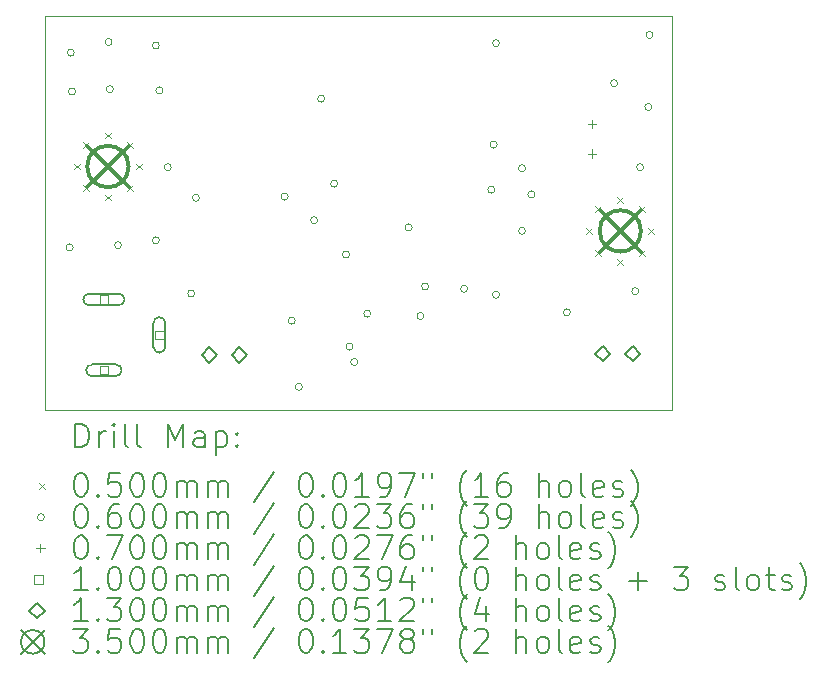
<source format=gbr>
%TF.GenerationSoftware,KiCad,Pcbnew,7.0.5-0*%
%TF.CreationDate,2023-07-07T11:18:15-04:00*%
%TF.ProjectId,PierogiNixiePSU,50696572-6f67-4694-9e69-786965505355,rev?*%
%TF.SameCoordinates,Original*%
%TF.FileFunction,Drillmap*%
%TF.FilePolarity,Positive*%
%FSLAX45Y45*%
G04 Gerber Fmt 4.5, Leading zero omitted, Abs format (unit mm)*
G04 Created by KiCad (PCBNEW 7.0.5-0) date 2023-07-07 11:18:15*
%MOMM*%
%LPD*%
G01*
G04 APERTURE LIST*
%ADD10C,0.050000*%
%ADD11C,0.200000*%
%ADD12C,0.060000*%
%ADD13C,0.070000*%
%ADD14C,0.100000*%
%ADD15C,0.130000*%
%ADD16C,0.350000*%
G04 APERTURE END LIST*
D10*
X16960485Y-8834110D02*
X11650000Y-8833750D01*
X11650000Y-8833750D02*
X11650000Y-12166250D01*
X16960485Y-12166610D02*
X16960485Y-8834110D01*
X11650000Y-12166250D02*
X16960485Y-12166610D01*
D11*
D10*
X11896884Y-10079385D02*
X11946884Y-10129385D01*
X11946884Y-10079385D02*
X11896884Y-10129385D01*
X11973769Y-9893769D02*
X12023769Y-9943769D01*
X12023769Y-9893769D02*
X11973769Y-9943769D01*
X11973769Y-10265000D02*
X12023769Y-10315000D01*
X12023769Y-10265000D02*
X11973769Y-10315000D01*
X12159384Y-9816885D02*
X12209384Y-9866885D01*
X12209384Y-9816885D02*
X12159384Y-9866885D01*
X12159384Y-10341885D02*
X12209384Y-10391885D01*
X12209384Y-10341885D02*
X12159384Y-10391885D01*
X12345000Y-9893769D02*
X12395000Y-9943769D01*
X12395000Y-9893769D02*
X12345000Y-9943769D01*
X12345000Y-10265000D02*
X12395000Y-10315000D01*
X12395000Y-10265000D02*
X12345000Y-10315000D01*
X12421884Y-10079385D02*
X12471884Y-10129385D01*
X12471884Y-10079385D02*
X12421884Y-10129385D01*
X16235000Y-10625000D02*
X16285000Y-10675000D01*
X16285000Y-10625000D02*
X16235000Y-10675000D01*
X16311884Y-10439385D02*
X16361884Y-10489385D01*
X16361884Y-10439385D02*
X16311884Y-10489385D01*
X16311884Y-10810616D02*
X16361884Y-10860616D01*
X16361884Y-10810616D02*
X16311884Y-10860616D01*
X16497500Y-10362500D02*
X16547500Y-10412500D01*
X16547500Y-10362500D02*
X16497500Y-10412500D01*
X16497500Y-10887500D02*
X16547500Y-10937500D01*
X16547500Y-10887500D02*
X16497500Y-10937500D01*
X16683115Y-10439385D02*
X16733115Y-10489385D01*
X16733115Y-10439385D02*
X16683115Y-10489385D01*
X16683115Y-10810616D02*
X16733115Y-10860616D01*
X16733115Y-10810616D02*
X16683115Y-10860616D01*
X16760000Y-10625000D02*
X16810000Y-10675000D01*
X16810000Y-10625000D02*
X16760000Y-10675000D01*
D12*
X11890000Y-10790000D02*
G75*
G03*
X11890000Y-10790000I-30000J0D01*
G01*
X11900000Y-9140000D02*
G75*
G03*
X11900000Y-9140000I-30000J0D01*
G01*
X11910000Y-9470000D02*
G75*
G03*
X11910000Y-9470000I-30000J0D01*
G01*
X12220000Y-9050000D02*
G75*
G03*
X12220000Y-9050000I-30000J0D01*
G01*
X12230000Y-9450000D02*
G75*
G03*
X12230000Y-9450000I-30000J0D01*
G01*
X12300000Y-10770000D02*
G75*
G03*
X12300000Y-10770000I-30000J0D01*
G01*
X12620000Y-9080000D02*
G75*
G03*
X12620000Y-9080000I-30000J0D01*
G01*
X12620000Y-10730000D02*
G75*
G03*
X12620000Y-10730000I-30000J0D01*
G01*
X12650000Y-9460000D02*
G75*
G03*
X12650000Y-9460000I-30000J0D01*
G01*
X12720000Y-10110000D02*
G75*
G03*
X12720000Y-10110000I-30000J0D01*
G01*
X12920000Y-11180000D02*
G75*
G03*
X12920000Y-11180000I-30000J0D01*
G01*
X12960000Y-10370000D02*
G75*
G03*
X12960000Y-10370000I-30000J0D01*
G01*
X13710000Y-10360000D02*
G75*
G03*
X13710000Y-10360000I-30000J0D01*
G01*
X13770000Y-11410000D02*
G75*
G03*
X13770000Y-11410000I-30000J0D01*
G01*
X13830000Y-11970000D02*
G75*
G03*
X13830000Y-11970000I-30000J0D01*
G01*
X13960000Y-10560000D02*
G75*
G03*
X13960000Y-10560000I-30000J0D01*
G01*
X14020000Y-9530000D02*
G75*
G03*
X14020000Y-9530000I-30000J0D01*
G01*
X14130000Y-10250000D02*
G75*
G03*
X14130000Y-10250000I-30000J0D01*
G01*
X14230000Y-10850000D02*
G75*
G03*
X14230000Y-10850000I-30000J0D01*
G01*
X14260000Y-11630000D02*
G75*
G03*
X14260000Y-11630000I-30000J0D01*
G01*
X14300000Y-11760000D02*
G75*
G03*
X14300000Y-11760000I-30000J0D01*
G01*
X14410000Y-11350000D02*
G75*
G03*
X14410000Y-11350000I-30000J0D01*
G01*
X14760000Y-10620000D02*
G75*
G03*
X14760000Y-10620000I-30000J0D01*
G01*
X14860000Y-11370000D02*
G75*
G03*
X14860000Y-11370000I-30000J0D01*
G01*
X14900000Y-11120000D02*
G75*
G03*
X14900000Y-11120000I-30000J0D01*
G01*
X15230000Y-11140000D02*
G75*
G03*
X15230000Y-11140000I-30000J0D01*
G01*
X15460000Y-10300000D02*
G75*
G03*
X15460000Y-10300000I-30000J0D01*
G01*
X15480000Y-9920000D02*
G75*
G03*
X15480000Y-9920000I-30000J0D01*
G01*
X15500000Y-9060000D02*
G75*
G03*
X15500000Y-9060000I-30000J0D01*
G01*
X15500000Y-11190000D02*
G75*
G03*
X15500000Y-11190000I-30000J0D01*
G01*
X15720000Y-10120000D02*
G75*
G03*
X15720000Y-10120000I-30000J0D01*
G01*
X15720000Y-10650000D02*
G75*
G03*
X15720000Y-10650000I-30000J0D01*
G01*
X15800000Y-10340000D02*
G75*
G03*
X15800000Y-10340000I-30000J0D01*
G01*
X16100000Y-11340000D02*
G75*
G03*
X16100000Y-11340000I-30000J0D01*
G01*
X16500000Y-9400000D02*
G75*
G03*
X16500000Y-9400000I-30000J0D01*
G01*
X16680000Y-11160000D02*
G75*
G03*
X16680000Y-11160000I-30000J0D01*
G01*
X16720000Y-10110000D02*
G75*
G03*
X16720000Y-10110000I-30000J0D01*
G01*
X16790000Y-9600000D02*
G75*
G03*
X16790000Y-9600000I-30000J0D01*
G01*
X16800000Y-8990000D02*
G75*
G03*
X16800000Y-8990000I-30000J0D01*
G01*
D13*
X16280000Y-9710000D02*
X16280000Y-9780000D01*
X16245000Y-9745000D02*
X16315000Y-9745000D01*
X16280000Y-9960000D02*
X16280000Y-10030000D01*
X16245000Y-9995000D02*
X16315000Y-9995000D01*
D14*
X12185356Y-11265356D02*
X12185356Y-11194644D01*
X12114644Y-11194644D01*
X12114644Y-11265356D01*
X12185356Y-11265356D01*
D11*
X12275000Y-11180000D02*
X12025000Y-11180000D01*
X12025000Y-11180000D02*
G75*
G03*
X12025000Y-11280000I0J-50000D01*
G01*
X12025000Y-11280000D02*
X12275000Y-11280000D01*
X12275000Y-11280000D02*
G75*
G03*
X12275000Y-11180000I0J50000D01*
G01*
D14*
X12185356Y-11865356D02*
X12185356Y-11794644D01*
X12114644Y-11794644D01*
X12114644Y-11865356D01*
X12185356Y-11865356D01*
D11*
X12250000Y-11780000D02*
X12050000Y-11780000D01*
X12050000Y-11780000D02*
G75*
G03*
X12050000Y-11880000I0J-50000D01*
G01*
X12050000Y-11880000D02*
X12250000Y-11880000D01*
X12250000Y-11880000D02*
G75*
G03*
X12250000Y-11780000I0J50000D01*
G01*
D14*
X12655356Y-11565356D02*
X12655356Y-11494644D01*
X12584644Y-11494644D01*
X12584644Y-11565356D01*
X12655356Y-11565356D01*
D11*
X12570000Y-11430000D02*
X12570000Y-11630000D01*
X12570000Y-11630000D02*
G75*
G03*
X12670000Y-11630000I50000J0D01*
G01*
X12670000Y-11630000D02*
X12670000Y-11430000D01*
X12670000Y-11430000D02*
G75*
G03*
X12570000Y-11430000I-50000J0D01*
G01*
D15*
X13043000Y-11765000D02*
X13108000Y-11700000D01*
X13043000Y-11635000D01*
X12978000Y-11700000D01*
X13043000Y-11765000D01*
X13297000Y-11765000D02*
X13362000Y-11700000D01*
X13297000Y-11635000D01*
X13232000Y-11700000D01*
X13297000Y-11765000D01*
X16373000Y-11755000D02*
X16438000Y-11690000D01*
X16373000Y-11625000D01*
X16308000Y-11690000D01*
X16373000Y-11755000D01*
X16627000Y-11755000D02*
X16692000Y-11690000D01*
X16627000Y-11625000D01*
X16562000Y-11690000D01*
X16627000Y-11755000D01*
D16*
X12009384Y-9929385D02*
X12359384Y-10279385D01*
X12359384Y-9929385D02*
X12009384Y-10279385D01*
X12359384Y-10104385D02*
G75*
G03*
X12359384Y-10104385I-175000J0D01*
G01*
X16347500Y-10475000D02*
X16697500Y-10825000D01*
X16697500Y-10475000D02*
X16347500Y-10825000D01*
X16697500Y-10650000D02*
G75*
G03*
X16697500Y-10650000I-175000J0D01*
G01*
D11*
X11908277Y-12480594D02*
X11908277Y-12280594D01*
X11908277Y-12280594D02*
X11955896Y-12280594D01*
X11955896Y-12280594D02*
X11984467Y-12290118D01*
X11984467Y-12290118D02*
X12003515Y-12309165D01*
X12003515Y-12309165D02*
X12013039Y-12328213D01*
X12013039Y-12328213D02*
X12022562Y-12366308D01*
X12022562Y-12366308D02*
X12022562Y-12394879D01*
X12022562Y-12394879D02*
X12013039Y-12432975D01*
X12013039Y-12432975D02*
X12003515Y-12452022D01*
X12003515Y-12452022D02*
X11984467Y-12471070D01*
X11984467Y-12471070D02*
X11955896Y-12480594D01*
X11955896Y-12480594D02*
X11908277Y-12480594D01*
X12108277Y-12480594D02*
X12108277Y-12347260D01*
X12108277Y-12385356D02*
X12117801Y-12366308D01*
X12117801Y-12366308D02*
X12127324Y-12356784D01*
X12127324Y-12356784D02*
X12146372Y-12347260D01*
X12146372Y-12347260D02*
X12165420Y-12347260D01*
X12232086Y-12480594D02*
X12232086Y-12347260D01*
X12232086Y-12280594D02*
X12222562Y-12290118D01*
X12222562Y-12290118D02*
X12232086Y-12299641D01*
X12232086Y-12299641D02*
X12241610Y-12290118D01*
X12241610Y-12290118D02*
X12232086Y-12280594D01*
X12232086Y-12280594D02*
X12232086Y-12299641D01*
X12355896Y-12480594D02*
X12336848Y-12471070D01*
X12336848Y-12471070D02*
X12327324Y-12452022D01*
X12327324Y-12452022D02*
X12327324Y-12280594D01*
X12460658Y-12480594D02*
X12441610Y-12471070D01*
X12441610Y-12471070D02*
X12432086Y-12452022D01*
X12432086Y-12452022D02*
X12432086Y-12280594D01*
X12689229Y-12480594D02*
X12689229Y-12280594D01*
X12689229Y-12280594D02*
X12755896Y-12423451D01*
X12755896Y-12423451D02*
X12822562Y-12280594D01*
X12822562Y-12280594D02*
X12822562Y-12480594D01*
X13003515Y-12480594D02*
X13003515Y-12375832D01*
X13003515Y-12375832D02*
X12993991Y-12356784D01*
X12993991Y-12356784D02*
X12974943Y-12347260D01*
X12974943Y-12347260D02*
X12936848Y-12347260D01*
X12936848Y-12347260D02*
X12917801Y-12356784D01*
X13003515Y-12471070D02*
X12984467Y-12480594D01*
X12984467Y-12480594D02*
X12936848Y-12480594D01*
X12936848Y-12480594D02*
X12917801Y-12471070D01*
X12917801Y-12471070D02*
X12908277Y-12452022D01*
X12908277Y-12452022D02*
X12908277Y-12432975D01*
X12908277Y-12432975D02*
X12917801Y-12413927D01*
X12917801Y-12413927D02*
X12936848Y-12404403D01*
X12936848Y-12404403D02*
X12984467Y-12404403D01*
X12984467Y-12404403D02*
X13003515Y-12394879D01*
X13098753Y-12347260D02*
X13098753Y-12547260D01*
X13098753Y-12356784D02*
X13117801Y-12347260D01*
X13117801Y-12347260D02*
X13155896Y-12347260D01*
X13155896Y-12347260D02*
X13174943Y-12356784D01*
X13174943Y-12356784D02*
X13184467Y-12366308D01*
X13184467Y-12366308D02*
X13193991Y-12385356D01*
X13193991Y-12385356D02*
X13193991Y-12442498D01*
X13193991Y-12442498D02*
X13184467Y-12461546D01*
X13184467Y-12461546D02*
X13174943Y-12471070D01*
X13174943Y-12471070D02*
X13155896Y-12480594D01*
X13155896Y-12480594D02*
X13117801Y-12480594D01*
X13117801Y-12480594D02*
X13098753Y-12471070D01*
X13279705Y-12461546D02*
X13289229Y-12471070D01*
X13289229Y-12471070D02*
X13279705Y-12480594D01*
X13279705Y-12480594D02*
X13270182Y-12471070D01*
X13270182Y-12471070D02*
X13279705Y-12461546D01*
X13279705Y-12461546D02*
X13279705Y-12480594D01*
X13279705Y-12356784D02*
X13289229Y-12366308D01*
X13289229Y-12366308D02*
X13279705Y-12375832D01*
X13279705Y-12375832D02*
X13270182Y-12366308D01*
X13270182Y-12366308D02*
X13279705Y-12356784D01*
X13279705Y-12356784D02*
X13279705Y-12375832D01*
D10*
X11597500Y-12784110D02*
X11647500Y-12834110D01*
X11647500Y-12784110D02*
X11597500Y-12834110D01*
D11*
X11946372Y-12700594D02*
X11965420Y-12700594D01*
X11965420Y-12700594D02*
X11984467Y-12710118D01*
X11984467Y-12710118D02*
X11993991Y-12719641D01*
X11993991Y-12719641D02*
X12003515Y-12738689D01*
X12003515Y-12738689D02*
X12013039Y-12776784D01*
X12013039Y-12776784D02*
X12013039Y-12824403D01*
X12013039Y-12824403D02*
X12003515Y-12862498D01*
X12003515Y-12862498D02*
X11993991Y-12881546D01*
X11993991Y-12881546D02*
X11984467Y-12891070D01*
X11984467Y-12891070D02*
X11965420Y-12900594D01*
X11965420Y-12900594D02*
X11946372Y-12900594D01*
X11946372Y-12900594D02*
X11927324Y-12891070D01*
X11927324Y-12891070D02*
X11917801Y-12881546D01*
X11917801Y-12881546D02*
X11908277Y-12862498D01*
X11908277Y-12862498D02*
X11898753Y-12824403D01*
X11898753Y-12824403D02*
X11898753Y-12776784D01*
X11898753Y-12776784D02*
X11908277Y-12738689D01*
X11908277Y-12738689D02*
X11917801Y-12719641D01*
X11917801Y-12719641D02*
X11927324Y-12710118D01*
X11927324Y-12710118D02*
X11946372Y-12700594D01*
X12098753Y-12881546D02*
X12108277Y-12891070D01*
X12108277Y-12891070D02*
X12098753Y-12900594D01*
X12098753Y-12900594D02*
X12089229Y-12891070D01*
X12089229Y-12891070D02*
X12098753Y-12881546D01*
X12098753Y-12881546D02*
X12098753Y-12900594D01*
X12289229Y-12700594D02*
X12193991Y-12700594D01*
X12193991Y-12700594D02*
X12184467Y-12795832D01*
X12184467Y-12795832D02*
X12193991Y-12786308D01*
X12193991Y-12786308D02*
X12213039Y-12776784D01*
X12213039Y-12776784D02*
X12260658Y-12776784D01*
X12260658Y-12776784D02*
X12279705Y-12786308D01*
X12279705Y-12786308D02*
X12289229Y-12795832D01*
X12289229Y-12795832D02*
X12298753Y-12814879D01*
X12298753Y-12814879D02*
X12298753Y-12862498D01*
X12298753Y-12862498D02*
X12289229Y-12881546D01*
X12289229Y-12881546D02*
X12279705Y-12891070D01*
X12279705Y-12891070D02*
X12260658Y-12900594D01*
X12260658Y-12900594D02*
X12213039Y-12900594D01*
X12213039Y-12900594D02*
X12193991Y-12891070D01*
X12193991Y-12891070D02*
X12184467Y-12881546D01*
X12422562Y-12700594D02*
X12441610Y-12700594D01*
X12441610Y-12700594D02*
X12460658Y-12710118D01*
X12460658Y-12710118D02*
X12470182Y-12719641D01*
X12470182Y-12719641D02*
X12479705Y-12738689D01*
X12479705Y-12738689D02*
X12489229Y-12776784D01*
X12489229Y-12776784D02*
X12489229Y-12824403D01*
X12489229Y-12824403D02*
X12479705Y-12862498D01*
X12479705Y-12862498D02*
X12470182Y-12881546D01*
X12470182Y-12881546D02*
X12460658Y-12891070D01*
X12460658Y-12891070D02*
X12441610Y-12900594D01*
X12441610Y-12900594D02*
X12422562Y-12900594D01*
X12422562Y-12900594D02*
X12403515Y-12891070D01*
X12403515Y-12891070D02*
X12393991Y-12881546D01*
X12393991Y-12881546D02*
X12384467Y-12862498D01*
X12384467Y-12862498D02*
X12374943Y-12824403D01*
X12374943Y-12824403D02*
X12374943Y-12776784D01*
X12374943Y-12776784D02*
X12384467Y-12738689D01*
X12384467Y-12738689D02*
X12393991Y-12719641D01*
X12393991Y-12719641D02*
X12403515Y-12710118D01*
X12403515Y-12710118D02*
X12422562Y-12700594D01*
X12613039Y-12700594D02*
X12632086Y-12700594D01*
X12632086Y-12700594D02*
X12651134Y-12710118D01*
X12651134Y-12710118D02*
X12660658Y-12719641D01*
X12660658Y-12719641D02*
X12670182Y-12738689D01*
X12670182Y-12738689D02*
X12679705Y-12776784D01*
X12679705Y-12776784D02*
X12679705Y-12824403D01*
X12679705Y-12824403D02*
X12670182Y-12862498D01*
X12670182Y-12862498D02*
X12660658Y-12881546D01*
X12660658Y-12881546D02*
X12651134Y-12891070D01*
X12651134Y-12891070D02*
X12632086Y-12900594D01*
X12632086Y-12900594D02*
X12613039Y-12900594D01*
X12613039Y-12900594D02*
X12593991Y-12891070D01*
X12593991Y-12891070D02*
X12584467Y-12881546D01*
X12584467Y-12881546D02*
X12574943Y-12862498D01*
X12574943Y-12862498D02*
X12565420Y-12824403D01*
X12565420Y-12824403D02*
X12565420Y-12776784D01*
X12565420Y-12776784D02*
X12574943Y-12738689D01*
X12574943Y-12738689D02*
X12584467Y-12719641D01*
X12584467Y-12719641D02*
X12593991Y-12710118D01*
X12593991Y-12710118D02*
X12613039Y-12700594D01*
X12765420Y-12900594D02*
X12765420Y-12767260D01*
X12765420Y-12786308D02*
X12774943Y-12776784D01*
X12774943Y-12776784D02*
X12793991Y-12767260D01*
X12793991Y-12767260D02*
X12822563Y-12767260D01*
X12822563Y-12767260D02*
X12841610Y-12776784D01*
X12841610Y-12776784D02*
X12851134Y-12795832D01*
X12851134Y-12795832D02*
X12851134Y-12900594D01*
X12851134Y-12795832D02*
X12860658Y-12776784D01*
X12860658Y-12776784D02*
X12879705Y-12767260D01*
X12879705Y-12767260D02*
X12908277Y-12767260D01*
X12908277Y-12767260D02*
X12927324Y-12776784D01*
X12927324Y-12776784D02*
X12936848Y-12795832D01*
X12936848Y-12795832D02*
X12936848Y-12900594D01*
X13032086Y-12900594D02*
X13032086Y-12767260D01*
X13032086Y-12786308D02*
X13041610Y-12776784D01*
X13041610Y-12776784D02*
X13060658Y-12767260D01*
X13060658Y-12767260D02*
X13089229Y-12767260D01*
X13089229Y-12767260D02*
X13108277Y-12776784D01*
X13108277Y-12776784D02*
X13117801Y-12795832D01*
X13117801Y-12795832D02*
X13117801Y-12900594D01*
X13117801Y-12795832D02*
X13127324Y-12776784D01*
X13127324Y-12776784D02*
X13146372Y-12767260D01*
X13146372Y-12767260D02*
X13174943Y-12767260D01*
X13174943Y-12767260D02*
X13193991Y-12776784D01*
X13193991Y-12776784D02*
X13203515Y-12795832D01*
X13203515Y-12795832D02*
X13203515Y-12900594D01*
X13593991Y-12691070D02*
X13422563Y-12948213D01*
X13851134Y-12700594D02*
X13870182Y-12700594D01*
X13870182Y-12700594D02*
X13889229Y-12710118D01*
X13889229Y-12710118D02*
X13898753Y-12719641D01*
X13898753Y-12719641D02*
X13908277Y-12738689D01*
X13908277Y-12738689D02*
X13917801Y-12776784D01*
X13917801Y-12776784D02*
X13917801Y-12824403D01*
X13917801Y-12824403D02*
X13908277Y-12862498D01*
X13908277Y-12862498D02*
X13898753Y-12881546D01*
X13898753Y-12881546D02*
X13889229Y-12891070D01*
X13889229Y-12891070D02*
X13870182Y-12900594D01*
X13870182Y-12900594D02*
X13851134Y-12900594D01*
X13851134Y-12900594D02*
X13832086Y-12891070D01*
X13832086Y-12891070D02*
X13822563Y-12881546D01*
X13822563Y-12881546D02*
X13813039Y-12862498D01*
X13813039Y-12862498D02*
X13803515Y-12824403D01*
X13803515Y-12824403D02*
X13803515Y-12776784D01*
X13803515Y-12776784D02*
X13813039Y-12738689D01*
X13813039Y-12738689D02*
X13822563Y-12719641D01*
X13822563Y-12719641D02*
X13832086Y-12710118D01*
X13832086Y-12710118D02*
X13851134Y-12700594D01*
X14003515Y-12881546D02*
X14013039Y-12891070D01*
X14013039Y-12891070D02*
X14003515Y-12900594D01*
X14003515Y-12900594D02*
X13993991Y-12891070D01*
X13993991Y-12891070D02*
X14003515Y-12881546D01*
X14003515Y-12881546D02*
X14003515Y-12900594D01*
X14136848Y-12700594D02*
X14155896Y-12700594D01*
X14155896Y-12700594D02*
X14174944Y-12710118D01*
X14174944Y-12710118D02*
X14184467Y-12719641D01*
X14184467Y-12719641D02*
X14193991Y-12738689D01*
X14193991Y-12738689D02*
X14203515Y-12776784D01*
X14203515Y-12776784D02*
X14203515Y-12824403D01*
X14203515Y-12824403D02*
X14193991Y-12862498D01*
X14193991Y-12862498D02*
X14184467Y-12881546D01*
X14184467Y-12881546D02*
X14174944Y-12891070D01*
X14174944Y-12891070D02*
X14155896Y-12900594D01*
X14155896Y-12900594D02*
X14136848Y-12900594D01*
X14136848Y-12900594D02*
X14117801Y-12891070D01*
X14117801Y-12891070D02*
X14108277Y-12881546D01*
X14108277Y-12881546D02*
X14098753Y-12862498D01*
X14098753Y-12862498D02*
X14089229Y-12824403D01*
X14089229Y-12824403D02*
X14089229Y-12776784D01*
X14089229Y-12776784D02*
X14098753Y-12738689D01*
X14098753Y-12738689D02*
X14108277Y-12719641D01*
X14108277Y-12719641D02*
X14117801Y-12710118D01*
X14117801Y-12710118D02*
X14136848Y-12700594D01*
X14393991Y-12900594D02*
X14279706Y-12900594D01*
X14336848Y-12900594D02*
X14336848Y-12700594D01*
X14336848Y-12700594D02*
X14317801Y-12729165D01*
X14317801Y-12729165D02*
X14298753Y-12748213D01*
X14298753Y-12748213D02*
X14279706Y-12757737D01*
X14489229Y-12900594D02*
X14527325Y-12900594D01*
X14527325Y-12900594D02*
X14546372Y-12891070D01*
X14546372Y-12891070D02*
X14555896Y-12881546D01*
X14555896Y-12881546D02*
X14574944Y-12852975D01*
X14574944Y-12852975D02*
X14584467Y-12814879D01*
X14584467Y-12814879D02*
X14584467Y-12738689D01*
X14584467Y-12738689D02*
X14574944Y-12719641D01*
X14574944Y-12719641D02*
X14565420Y-12710118D01*
X14565420Y-12710118D02*
X14546372Y-12700594D01*
X14546372Y-12700594D02*
X14508277Y-12700594D01*
X14508277Y-12700594D02*
X14489229Y-12710118D01*
X14489229Y-12710118D02*
X14479706Y-12719641D01*
X14479706Y-12719641D02*
X14470182Y-12738689D01*
X14470182Y-12738689D02*
X14470182Y-12786308D01*
X14470182Y-12786308D02*
X14479706Y-12805356D01*
X14479706Y-12805356D02*
X14489229Y-12814879D01*
X14489229Y-12814879D02*
X14508277Y-12824403D01*
X14508277Y-12824403D02*
X14546372Y-12824403D01*
X14546372Y-12824403D02*
X14565420Y-12814879D01*
X14565420Y-12814879D02*
X14574944Y-12805356D01*
X14574944Y-12805356D02*
X14584467Y-12786308D01*
X14651134Y-12700594D02*
X14784467Y-12700594D01*
X14784467Y-12700594D02*
X14698753Y-12900594D01*
X14851134Y-12700594D02*
X14851134Y-12738689D01*
X14927325Y-12700594D02*
X14927325Y-12738689D01*
X15222563Y-12976784D02*
X15213039Y-12967260D01*
X15213039Y-12967260D02*
X15193991Y-12938689D01*
X15193991Y-12938689D02*
X15184468Y-12919641D01*
X15184468Y-12919641D02*
X15174944Y-12891070D01*
X15174944Y-12891070D02*
X15165420Y-12843451D01*
X15165420Y-12843451D02*
X15165420Y-12805356D01*
X15165420Y-12805356D02*
X15174944Y-12757737D01*
X15174944Y-12757737D02*
X15184468Y-12729165D01*
X15184468Y-12729165D02*
X15193991Y-12710118D01*
X15193991Y-12710118D02*
X15213039Y-12681546D01*
X15213039Y-12681546D02*
X15222563Y-12672022D01*
X15403515Y-12900594D02*
X15289229Y-12900594D01*
X15346372Y-12900594D02*
X15346372Y-12700594D01*
X15346372Y-12700594D02*
X15327325Y-12729165D01*
X15327325Y-12729165D02*
X15308277Y-12748213D01*
X15308277Y-12748213D02*
X15289229Y-12757737D01*
X15574944Y-12700594D02*
X15536848Y-12700594D01*
X15536848Y-12700594D02*
X15517801Y-12710118D01*
X15517801Y-12710118D02*
X15508277Y-12719641D01*
X15508277Y-12719641D02*
X15489229Y-12748213D01*
X15489229Y-12748213D02*
X15479706Y-12786308D01*
X15479706Y-12786308D02*
X15479706Y-12862498D01*
X15479706Y-12862498D02*
X15489229Y-12881546D01*
X15489229Y-12881546D02*
X15498753Y-12891070D01*
X15498753Y-12891070D02*
X15517801Y-12900594D01*
X15517801Y-12900594D02*
X15555896Y-12900594D01*
X15555896Y-12900594D02*
X15574944Y-12891070D01*
X15574944Y-12891070D02*
X15584468Y-12881546D01*
X15584468Y-12881546D02*
X15593991Y-12862498D01*
X15593991Y-12862498D02*
X15593991Y-12814879D01*
X15593991Y-12814879D02*
X15584468Y-12795832D01*
X15584468Y-12795832D02*
X15574944Y-12786308D01*
X15574944Y-12786308D02*
X15555896Y-12776784D01*
X15555896Y-12776784D02*
X15517801Y-12776784D01*
X15517801Y-12776784D02*
X15498753Y-12786308D01*
X15498753Y-12786308D02*
X15489229Y-12795832D01*
X15489229Y-12795832D02*
X15479706Y-12814879D01*
X15832087Y-12900594D02*
X15832087Y-12700594D01*
X15917801Y-12900594D02*
X15917801Y-12795832D01*
X15917801Y-12795832D02*
X15908277Y-12776784D01*
X15908277Y-12776784D02*
X15889230Y-12767260D01*
X15889230Y-12767260D02*
X15860658Y-12767260D01*
X15860658Y-12767260D02*
X15841610Y-12776784D01*
X15841610Y-12776784D02*
X15832087Y-12786308D01*
X16041610Y-12900594D02*
X16022563Y-12891070D01*
X16022563Y-12891070D02*
X16013039Y-12881546D01*
X16013039Y-12881546D02*
X16003515Y-12862498D01*
X16003515Y-12862498D02*
X16003515Y-12805356D01*
X16003515Y-12805356D02*
X16013039Y-12786308D01*
X16013039Y-12786308D02*
X16022563Y-12776784D01*
X16022563Y-12776784D02*
X16041610Y-12767260D01*
X16041610Y-12767260D02*
X16070182Y-12767260D01*
X16070182Y-12767260D02*
X16089230Y-12776784D01*
X16089230Y-12776784D02*
X16098753Y-12786308D01*
X16098753Y-12786308D02*
X16108277Y-12805356D01*
X16108277Y-12805356D02*
X16108277Y-12862498D01*
X16108277Y-12862498D02*
X16098753Y-12881546D01*
X16098753Y-12881546D02*
X16089230Y-12891070D01*
X16089230Y-12891070D02*
X16070182Y-12900594D01*
X16070182Y-12900594D02*
X16041610Y-12900594D01*
X16222563Y-12900594D02*
X16203515Y-12891070D01*
X16203515Y-12891070D02*
X16193991Y-12872022D01*
X16193991Y-12872022D02*
X16193991Y-12700594D01*
X16374944Y-12891070D02*
X16355896Y-12900594D01*
X16355896Y-12900594D02*
X16317801Y-12900594D01*
X16317801Y-12900594D02*
X16298753Y-12891070D01*
X16298753Y-12891070D02*
X16289230Y-12872022D01*
X16289230Y-12872022D02*
X16289230Y-12795832D01*
X16289230Y-12795832D02*
X16298753Y-12776784D01*
X16298753Y-12776784D02*
X16317801Y-12767260D01*
X16317801Y-12767260D02*
X16355896Y-12767260D01*
X16355896Y-12767260D02*
X16374944Y-12776784D01*
X16374944Y-12776784D02*
X16384468Y-12795832D01*
X16384468Y-12795832D02*
X16384468Y-12814879D01*
X16384468Y-12814879D02*
X16289230Y-12833927D01*
X16460658Y-12891070D02*
X16479706Y-12900594D01*
X16479706Y-12900594D02*
X16517801Y-12900594D01*
X16517801Y-12900594D02*
X16536849Y-12891070D01*
X16536849Y-12891070D02*
X16546372Y-12872022D01*
X16546372Y-12872022D02*
X16546372Y-12862498D01*
X16546372Y-12862498D02*
X16536849Y-12843451D01*
X16536849Y-12843451D02*
X16517801Y-12833927D01*
X16517801Y-12833927D02*
X16489230Y-12833927D01*
X16489230Y-12833927D02*
X16470182Y-12824403D01*
X16470182Y-12824403D02*
X16460658Y-12805356D01*
X16460658Y-12805356D02*
X16460658Y-12795832D01*
X16460658Y-12795832D02*
X16470182Y-12776784D01*
X16470182Y-12776784D02*
X16489230Y-12767260D01*
X16489230Y-12767260D02*
X16517801Y-12767260D01*
X16517801Y-12767260D02*
X16536849Y-12776784D01*
X16613039Y-12976784D02*
X16622563Y-12967260D01*
X16622563Y-12967260D02*
X16641611Y-12938689D01*
X16641611Y-12938689D02*
X16651134Y-12919641D01*
X16651134Y-12919641D02*
X16660658Y-12891070D01*
X16660658Y-12891070D02*
X16670182Y-12843451D01*
X16670182Y-12843451D02*
X16670182Y-12805356D01*
X16670182Y-12805356D02*
X16660658Y-12757737D01*
X16660658Y-12757737D02*
X16651134Y-12729165D01*
X16651134Y-12729165D02*
X16641611Y-12710118D01*
X16641611Y-12710118D02*
X16622563Y-12681546D01*
X16622563Y-12681546D02*
X16613039Y-12672022D01*
D12*
X11647500Y-13073110D02*
G75*
G03*
X11647500Y-13073110I-30000J0D01*
G01*
D11*
X11946372Y-12964594D02*
X11965420Y-12964594D01*
X11965420Y-12964594D02*
X11984467Y-12974118D01*
X11984467Y-12974118D02*
X11993991Y-12983641D01*
X11993991Y-12983641D02*
X12003515Y-13002689D01*
X12003515Y-13002689D02*
X12013039Y-13040784D01*
X12013039Y-13040784D02*
X12013039Y-13088403D01*
X12013039Y-13088403D02*
X12003515Y-13126498D01*
X12003515Y-13126498D02*
X11993991Y-13145546D01*
X11993991Y-13145546D02*
X11984467Y-13155070D01*
X11984467Y-13155070D02*
X11965420Y-13164594D01*
X11965420Y-13164594D02*
X11946372Y-13164594D01*
X11946372Y-13164594D02*
X11927324Y-13155070D01*
X11927324Y-13155070D02*
X11917801Y-13145546D01*
X11917801Y-13145546D02*
X11908277Y-13126498D01*
X11908277Y-13126498D02*
X11898753Y-13088403D01*
X11898753Y-13088403D02*
X11898753Y-13040784D01*
X11898753Y-13040784D02*
X11908277Y-13002689D01*
X11908277Y-13002689D02*
X11917801Y-12983641D01*
X11917801Y-12983641D02*
X11927324Y-12974118D01*
X11927324Y-12974118D02*
X11946372Y-12964594D01*
X12098753Y-13145546D02*
X12108277Y-13155070D01*
X12108277Y-13155070D02*
X12098753Y-13164594D01*
X12098753Y-13164594D02*
X12089229Y-13155070D01*
X12089229Y-13155070D02*
X12098753Y-13145546D01*
X12098753Y-13145546D02*
X12098753Y-13164594D01*
X12279705Y-12964594D02*
X12241610Y-12964594D01*
X12241610Y-12964594D02*
X12222562Y-12974118D01*
X12222562Y-12974118D02*
X12213039Y-12983641D01*
X12213039Y-12983641D02*
X12193991Y-13012213D01*
X12193991Y-13012213D02*
X12184467Y-13050308D01*
X12184467Y-13050308D02*
X12184467Y-13126498D01*
X12184467Y-13126498D02*
X12193991Y-13145546D01*
X12193991Y-13145546D02*
X12203515Y-13155070D01*
X12203515Y-13155070D02*
X12222562Y-13164594D01*
X12222562Y-13164594D02*
X12260658Y-13164594D01*
X12260658Y-13164594D02*
X12279705Y-13155070D01*
X12279705Y-13155070D02*
X12289229Y-13145546D01*
X12289229Y-13145546D02*
X12298753Y-13126498D01*
X12298753Y-13126498D02*
X12298753Y-13078879D01*
X12298753Y-13078879D02*
X12289229Y-13059832D01*
X12289229Y-13059832D02*
X12279705Y-13050308D01*
X12279705Y-13050308D02*
X12260658Y-13040784D01*
X12260658Y-13040784D02*
X12222562Y-13040784D01*
X12222562Y-13040784D02*
X12203515Y-13050308D01*
X12203515Y-13050308D02*
X12193991Y-13059832D01*
X12193991Y-13059832D02*
X12184467Y-13078879D01*
X12422562Y-12964594D02*
X12441610Y-12964594D01*
X12441610Y-12964594D02*
X12460658Y-12974118D01*
X12460658Y-12974118D02*
X12470182Y-12983641D01*
X12470182Y-12983641D02*
X12479705Y-13002689D01*
X12479705Y-13002689D02*
X12489229Y-13040784D01*
X12489229Y-13040784D02*
X12489229Y-13088403D01*
X12489229Y-13088403D02*
X12479705Y-13126498D01*
X12479705Y-13126498D02*
X12470182Y-13145546D01*
X12470182Y-13145546D02*
X12460658Y-13155070D01*
X12460658Y-13155070D02*
X12441610Y-13164594D01*
X12441610Y-13164594D02*
X12422562Y-13164594D01*
X12422562Y-13164594D02*
X12403515Y-13155070D01*
X12403515Y-13155070D02*
X12393991Y-13145546D01*
X12393991Y-13145546D02*
X12384467Y-13126498D01*
X12384467Y-13126498D02*
X12374943Y-13088403D01*
X12374943Y-13088403D02*
X12374943Y-13040784D01*
X12374943Y-13040784D02*
X12384467Y-13002689D01*
X12384467Y-13002689D02*
X12393991Y-12983641D01*
X12393991Y-12983641D02*
X12403515Y-12974118D01*
X12403515Y-12974118D02*
X12422562Y-12964594D01*
X12613039Y-12964594D02*
X12632086Y-12964594D01*
X12632086Y-12964594D02*
X12651134Y-12974118D01*
X12651134Y-12974118D02*
X12660658Y-12983641D01*
X12660658Y-12983641D02*
X12670182Y-13002689D01*
X12670182Y-13002689D02*
X12679705Y-13040784D01*
X12679705Y-13040784D02*
X12679705Y-13088403D01*
X12679705Y-13088403D02*
X12670182Y-13126498D01*
X12670182Y-13126498D02*
X12660658Y-13145546D01*
X12660658Y-13145546D02*
X12651134Y-13155070D01*
X12651134Y-13155070D02*
X12632086Y-13164594D01*
X12632086Y-13164594D02*
X12613039Y-13164594D01*
X12613039Y-13164594D02*
X12593991Y-13155070D01*
X12593991Y-13155070D02*
X12584467Y-13145546D01*
X12584467Y-13145546D02*
X12574943Y-13126498D01*
X12574943Y-13126498D02*
X12565420Y-13088403D01*
X12565420Y-13088403D02*
X12565420Y-13040784D01*
X12565420Y-13040784D02*
X12574943Y-13002689D01*
X12574943Y-13002689D02*
X12584467Y-12983641D01*
X12584467Y-12983641D02*
X12593991Y-12974118D01*
X12593991Y-12974118D02*
X12613039Y-12964594D01*
X12765420Y-13164594D02*
X12765420Y-13031260D01*
X12765420Y-13050308D02*
X12774943Y-13040784D01*
X12774943Y-13040784D02*
X12793991Y-13031260D01*
X12793991Y-13031260D02*
X12822563Y-13031260D01*
X12822563Y-13031260D02*
X12841610Y-13040784D01*
X12841610Y-13040784D02*
X12851134Y-13059832D01*
X12851134Y-13059832D02*
X12851134Y-13164594D01*
X12851134Y-13059832D02*
X12860658Y-13040784D01*
X12860658Y-13040784D02*
X12879705Y-13031260D01*
X12879705Y-13031260D02*
X12908277Y-13031260D01*
X12908277Y-13031260D02*
X12927324Y-13040784D01*
X12927324Y-13040784D02*
X12936848Y-13059832D01*
X12936848Y-13059832D02*
X12936848Y-13164594D01*
X13032086Y-13164594D02*
X13032086Y-13031260D01*
X13032086Y-13050308D02*
X13041610Y-13040784D01*
X13041610Y-13040784D02*
X13060658Y-13031260D01*
X13060658Y-13031260D02*
X13089229Y-13031260D01*
X13089229Y-13031260D02*
X13108277Y-13040784D01*
X13108277Y-13040784D02*
X13117801Y-13059832D01*
X13117801Y-13059832D02*
X13117801Y-13164594D01*
X13117801Y-13059832D02*
X13127324Y-13040784D01*
X13127324Y-13040784D02*
X13146372Y-13031260D01*
X13146372Y-13031260D02*
X13174943Y-13031260D01*
X13174943Y-13031260D02*
X13193991Y-13040784D01*
X13193991Y-13040784D02*
X13203515Y-13059832D01*
X13203515Y-13059832D02*
X13203515Y-13164594D01*
X13593991Y-12955070D02*
X13422563Y-13212213D01*
X13851134Y-12964594D02*
X13870182Y-12964594D01*
X13870182Y-12964594D02*
X13889229Y-12974118D01*
X13889229Y-12974118D02*
X13898753Y-12983641D01*
X13898753Y-12983641D02*
X13908277Y-13002689D01*
X13908277Y-13002689D02*
X13917801Y-13040784D01*
X13917801Y-13040784D02*
X13917801Y-13088403D01*
X13917801Y-13088403D02*
X13908277Y-13126498D01*
X13908277Y-13126498D02*
X13898753Y-13145546D01*
X13898753Y-13145546D02*
X13889229Y-13155070D01*
X13889229Y-13155070D02*
X13870182Y-13164594D01*
X13870182Y-13164594D02*
X13851134Y-13164594D01*
X13851134Y-13164594D02*
X13832086Y-13155070D01*
X13832086Y-13155070D02*
X13822563Y-13145546D01*
X13822563Y-13145546D02*
X13813039Y-13126498D01*
X13813039Y-13126498D02*
X13803515Y-13088403D01*
X13803515Y-13088403D02*
X13803515Y-13040784D01*
X13803515Y-13040784D02*
X13813039Y-13002689D01*
X13813039Y-13002689D02*
X13822563Y-12983641D01*
X13822563Y-12983641D02*
X13832086Y-12974118D01*
X13832086Y-12974118D02*
X13851134Y-12964594D01*
X14003515Y-13145546D02*
X14013039Y-13155070D01*
X14013039Y-13155070D02*
X14003515Y-13164594D01*
X14003515Y-13164594D02*
X13993991Y-13155070D01*
X13993991Y-13155070D02*
X14003515Y-13145546D01*
X14003515Y-13145546D02*
X14003515Y-13164594D01*
X14136848Y-12964594D02*
X14155896Y-12964594D01*
X14155896Y-12964594D02*
X14174944Y-12974118D01*
X14174944Y-12974118D02*
X14184467Y-12983641D01*
X14184467Y-12983641D02*
X14193991Y-13002689D01*
X14193991Y-13002689D02*
X14203515Y-13040784D01*
X14203515Y-13040784D02*
X14203515Y-13088403D01*
X14203515Y-13088403D02*
X14193991Y-13126498D01*
X14193991Y-13126498D02*
X14184467Y-13145546D01*
X14184467Y-13145546D02*
X14174944Y-13155070D01*
X14174944Y-13155070D02*
X14155896Y-13164594D01*
X14155896Y-13164594D02*
X14136848Y-13164594D01*
X14136848Y-13164594D02*
X14117801Y-13155070D01*
X14117801Y-13155070D02*
X14108277Y-13145546D01*
X14108277Y-13145546D02*
X14098753Y-13126498D01*
X14098753Y-13126498D02*
X14089229Y-13088403D01*
X14089229Y-13088403D02*
X14089229Y-13040784D01*
X14089229Y-13040784D02*
X14098753Y-13002689D01*
X14098753Y-13002689D02*
X14108277Y-12983641D01*
X14108277Y-12983641D02*
X14117801Y-12974118D01*
X14117801Y-12974118D02*
X14136848Y-12964594D01*
X14279706Y-12983641D02*
X14289229Y-12974118D01*
X14289229Y-12974118D02*
X14308277Y-12964594D01*
X14308277Y-12964594D02*
X14355896Y-12964594D01*
X14355896Y-12964594D02*
X14374944Y-12974118D01*
X14374944Y-12974118D02*
X14384467Y-12983641D01*
X14384467Y-12983641D02*
X14393991Y-13002689D01*
X14393991Y-13002689D02*
X14393991Y-13021737D01*
X14393991Y-13021737D02*
X14384467Y-13050308D01*
X14384467Y-13050308D02*
X14270182Y-13164594D01*
X14270182Y-13164594D02*
X14393991Y-13164594D01*
X14460658Y-12964594D02*
X14584467Y-12964594D01*
X14584467Y-12964594D02*
X14517801Y-13040784D01*
X14517801Y-13040784D02*
X14546372Y-13040784D01*
X14546372Y-13040784D02*
X14565420Y-13050308D01*
X14565420Y-13050308D02*
X14574944Y-13059832D01*
X14574944Y-13059832D02*
X14584467Y-13078879D01*
X14584467Y-13078879D02*
X14584467Y-13126498D01*
X14584467Y-13126498D02*
X14574944Y-13145546D01*
X14574944Y-13145546D02*
X14565420Y-13155070D01*
X14565420Y-13155070D02*
X14546372Y-13164594D01*
X14546372Y-13164594D02*
X14489229Y-13164594D01*
X14489229Y-13164594D02*
X14470182Y-13155070D01*
X14470182Y-13155070D02*
X14460658Y-13145546D01*
X14755896Y-12964594D02*
X14717801Y-12964594D01*
X14717801Y-12964594D02*
X14698753Y-12974118D01*
X14698753Y-12974118D02*
X14689229Y-12983641D01*
X14689229Y-12983641D02*
X14670182Y-13012213D01*
X14670182Y-13012213D02*
X14660658Y-13050308D01*
X14660658Y-13050308D02*
X14660658Y-13126498D01*
X14660658Y-13126498D02*
X14670182Y-13145546D01*
X14670182Y-13145546D02*
X14679706Y-13155070D01*
X14679706Y-13155070D02*
X14698753Y-13164594D01*
X14698753Y-13164594D02*
X14736848Y-13164594D01*
X14736848Y-13164594D02*
X14755896Y-13155070D01*
X14755896Y-13155070D02*
X14765420Y-13145546D01*
X14765420Y-13145546D02*
X14774944Y-13126498D01*
X14774944Y-13126498D02*
X14774944Y-13078879D01*
X14774944Y-13078879D02*
X14765420Y-13059832D01*
X14765420Y-13059832D02*
X14755896Y-13050308D01*
X14755896Y-13050308D02*
X14736848Y-13040784D01*
X14736848Y-13040784D02*
X14698753Y-13040784D01*
X14698753Y-13040784D02*
X14679706Y-13050308D01*
X14679706Y-13050308D02*
X14670182Y-13059832D01*
X14670182Y-13059832D02*
X14660658Y-13078879D01*
X14851134Y-12964594D02*
X14851134Y-13002689D01*
X14927325Y-12964594D02*
X14927325Y-13002689D01*
X15222563Y-13240784D02*
X15213039Y-13231260D01*
X15213039Y-13231260D02*
X15193991Y-13202689D01*
X15193991Y-13202689D02*
X15184468Y-13183641D01*
X15184468Y-13183641D02*
X15174944Y-13155070D01*
X15174944Y-13155070D02*
X15165420Y-13107451D01*
X15165420Y-13107451D02*
X15165420Y-13069356D01*
X15165420Y-13069356D02*
X15174944Y-13021737D01*
X15174944Y-13021737D02*
X15184468Y-12993165D01*
X15184468Y-12993165D02*
X15193991Y-12974118D01*
X15193991Y-12974118D02*
X15213039Y-12945546D01*
X15213039Y-12945546D02*
X15222563Y-12936022D01*
X15279706Y-12964594D02*
X15403515Y-12964594D01*
X15403515Y-12964594D02*
X15336848Y-13040784D01*
X15336848Y-13040784D02*
X15365420Y-13040784D01*
X15365420Y-13040784D02*
X15384468Y-13050308D01*
X15384468Y-13050308D02*
X15393991Y-13059832D01*
X15393991Y-13059832D02*
X15403515Y-13078879D01*
X15403515Y-13078879D02*
X15403515Y-13126498D01*
X15403515Y-13126498D02*
X15393991Y-13145546D01*
X15393991Y-13145546D02*
X15384468Y-13155070D01*
X15384468Y-13155070D02*
X15365420Y-13164594D01*
X15365420Y-13164594D02*
X15308277Y-13164594D01*
X15308277Y-13164594D02*
X15289229Y-13155070D01*
X15289229Y-13155070D02*
X15279706Y-13145546D01*
X15498753Y-13164594D02*
X15536848Y-13164594D01*
X15536848Y-13164594D02*
X15555896Y-13155070D01*
X15555896Y-13155070D02*
X15565420Y-13145546D01*
X15565420Y-13145546D02*
X15584468Y-13116975D01*
X15584468Y-13116975D02*
X15593991Y-13078879D01*
X15593991Y-13078879D02*
X15593991Y-13002689D01*
X15593991Y-13002689D02*
X15584468Y-12983641D01*
X15584468Y-12983641D02*
X15574944Y-12974118D01*
X15574944Y-12974118D02*
X15555896Y-12964594D01*
X15555896Y-12964594D02*
X15517801Y-12964594D01*
X15517801Y-12964594D02*
X15498753Y-12974118D01*
X15498753Y-12974118D02*
X15489229Y-12983641D01*
X15489229Y-12983641D02*
X15479706Y-13002689D01*
X15479706Y-13002689D02*
X15479706Y-13050308D01*
X15479706Y-13050308D02*
X15489229Y-13069356D01*
X15489229Y-13069356D02*
X15498753Y-13078879D01*
X15498753Y-13078879D02*
X15517801Y-13088403D01*
X15517801Y-13088403D02*
X15555896Y-13088403D01*
X15555896Y-13088403D02*
X15574944Y-13078879D01*
X15574944Y-13078879D02*
X15584468Y-13069356D01*
X15584468Y-13069356D02*
X15593991Y-13050308D01*
X15832087Y-13164594D02*
X15832087Y-12964594D01*
X15917801Y-13164594D02*
X15917801Y-13059832D01*
X15917801Y-13059832D02*
X15908277Y-13040784D01*
X15908277Y-13040784D02*
X15889230Y-13031260D01*
X15889230Y-13031260D02*
X15860658Y-13031260D01*
X15860658Y-13031260D02*
X15841610Y-13040784D01*
X15841610Y-13040784D02*
X15832087Y-13050308D01*
X16041610Y-13164594D02*
X16022563Y-13155070D01*
X16022563Y-13155070D02*
X16013039Y-13145546D01*
X16013039Y-13145546D02*
X16003515Y-13126498D01*
X16003515Y-13126498D02*
X16003515Y-13069356D01*
X16003515Y-13069356D02*
X16013039Y-13050308D01*
X16013039Y-13050308D02*
X16022563Y-13040784D01*
X16022563Y-13040784D02*
X16041610Y-13031260D01*
X16041610Y-13031260D02*
X16070182Y-13031260D01*
X16070182Y-13031260D02*
X16089230Y-13040784D01*
X16089230Y-13040784D02*
X16098753Y-13050308D01*
X16098753Y-13050308D02*
X16108277Y-13069356D01*
X16108277Y-13069356D02*
X16108277Y-13126498D01*
X16108277Y-13126498D02*
X16098753Y-13145546D01*
X16098753Y-13145546D02*
X16089230Y-13155070D01*
X16089230Y-13155070D02*
X16070182Y-13164594D01*
X16070182Y-13164594D02*
X16041610Y-13164594D01*
X16222563Y-13164594D02*
X16203515Y-13155070D01*
X16203515Y-13155070D02*
X16193991Y-13136022D01*
X16193991Y-13136022D02*
X16193991Y-12964594D01*
X16374944Y-13155070D02*
X16355896Y-13164594D01*
X16355896Y-13164594D02*
X16317801Y-13164594D01*
X16317801Y-13164594D02*
X16298753Y-13155070D01*
X16298753Y-13155070D02*
X16289230Y-13136022D01*
X16289230Y-13136022D02*
X16289230Y-13059832D01*
X16289230Y-13059832D02*
X16298753Y-13040784D01*
X16298753Y-13040784D02*
X16317801Y-13031260D01*
X16317801Y-13031260D02*
X16355896Y-13031260D01*
X16355896Y-13031260D02*
X16374944Y-13040784D01*
X16374944Y-13040784D02*
X16384468Y-13059832D01*
X16384468Y-13059832D02*
X16384468Y-13078879D01*
X16384468Y-13078879D02*
X16289230Y-13097927D01*
X16460658Y-13155070D02*
X16479706Y-13164594D01*
X16479706Y-13164594D02*
X16517801Y-13164594D01*
X16517801Y-13164594D02*
X16536849Y-13155070D01*
X16536849Y-13155070D02*
X16546372Y-13136022D01*
X16546372Y-13136022D02*
X16546372Y-13126498D01*
X16546372Y-13126498D02*
X16536849Y-13107451D01*
X16536849Y-13107451D02*
X16517801Y-13097927D01*
X16517801Y-13097927D02*
X16489230Y-13097927D01*
X16489230Y-13097927D02*
X16470182Y-13088403D01*
X16470182Y-13088403D02*
X16460658Y-13069356D01*
X16460658Y-13069356D02*
X16460658Y-13059832D01*
X16460658Y-13059832D02*
X16470182Y-13040784D01*
X16470182Y-13040784D02*
X16489230Y-13031260D01*
X16489230Y-13031260D02*
X16517801Y-13031260D01*
X16517801Y-13031260D02*
X16536849Y-13040784D01*
X16613039Y-13240784D02*
X16622563Y-13231260D01*
X16622563Y-13231260D02*
X16641611Y-13202689D01*
X16641611Y-13202689D02*
X16651134Y-13183641D01*
X16651134Y-13183641D02*
X16660658Y-13155070D01*
X16660658Y-13155070D02*
X16670182Y-13107451D01*
X16670182Y-13107451D02*
X16670182Y-13069356D01*
X16670182Y-13069356D02*
X16660658Y-13021737D01*
X16660658Y-13021737D02*
X16651134Y-12993165D01*
X16651134Y-12993165D02*
X16641611Y-12974118D01*
X16641611Y-12974118D02*
X16622563Y-12945546D01*
X16622563Y-12945546D02*
X16613039Y-12936022D01*
D13*
X11612500Y-13302110D02*
X11612500Y-13372110D01*
X11577500Y-13337110D02*
X11647500Y-13337110D01*
D11*
X11946372Y-13228594D02*
X11965420Y-13228594D01*
X11965420Y-13228594D02*
X11984467Y-13238118D01*
X11984467Y-13238118D02*
X11993991Y-13247641D01*
X11993991Y-13247641D02*
X12003515Y-13266689D01*
X12003515Y-13266689D02*
X12013039Y-13304784D01*
X12013039Y-13304784D02*
X12013039Y-13352403D01*
X12013039Y-13352403D02*
X12003515Y-13390498D01*
X12003515Y-13390498D02*
X11993991Y-13409546D01*
X11993991Y-13409546D02*
X11984467Y-13419070D01*
X11984467Y-13419070D02*
X11965420Y-13428594D01*
X11965420Y-13428594D02*
X11946372Y-13428594D01*
X11946372Y-13428594D02*
X11927324Y-13419070D01*
X11927324Y-13419070D02*
X11917801Y-13409546D01*
X11917801Y-13409546D02*
X11908277Y-13390498D01*
X11908277Y-13390498D02*
X11898753Y-13352403D01*
X11898753Y-13352403D02*
X11898753Y-13304784D01*
X11898753Y-13304784D02*
X11908277Y-13266689D01*
X11908277Y-13266689D02*
X11917801Y-13247641D01*
X11917801Y-13247641D02*
X11927324Y-13238118D01*
X11927324Y-13238118D02*
X11946372Y-13228594D01*
X12098753Y-13409546D02*
X12108277Y-13419070D01*
X12108277Y-13419070D02*
X12098753Y-13428594D01*
X12098753Y-13428594D02*
X12089229Y-13419070D01*
X12089229Y-13419070D02*
X12098753Y-13409546D01*
X12098753Y-13409546D02*
X12098753Y-13428594D01*
X12174943Y-13228594D02*
X12308277Y-13228594D01*
X12308277Y-13228594D02*
X12222562Y-13428594D01*
X12422562Y-13228594D02*
X12441610Y-13228594D01*
X12441610Y-13228594D02*
X12460658Y-13238118D01*
X12460658Y-13238118D02*
X12470182Y-13247641D01*
X12470182Y-13247641D02*
X12479705Y-13266689D01*
X12479705Y-13266689D02*
X12489229Y-13304784D01*
X12489229Y-13304784D02*
X12489229Y-13352403D01*
X12489229Y-13352403D02*
X12479705Y-13390498D01*
X12479705Y-13390498D02*
X12470182Y-13409546D01*
X12470182Y-13409546D02*
X12460658Y-13419070D01*
X12460658Y-13419070D02*
X12441610Y-13428594D01*
X12441610Y-13428594D02*
X12422562Y-13428594D01*
X12422562Y-13428594D02*
X12403515Y-13419070D01*
X12403515Y-13419070D02*
X12393991Y-13409546D01*
X12393991Y-13409546D02*
X12384467Y-13390498D01*
X12384467Y-13390498D02*
X12374943Y-13352403D01*
X12374943Y-13352403D02*
X12374943Y-13304784D01*
X12374943Y-13304784D02*
X12384467Y-13266689D01*
X12384467Y-13266689D02*
X12393991Y-13247641D01*
X12393991Y-13247641D02*
X12403515Y-13238118D01*
X12403515Y-13238118D02*
X12422562Y-13228594D01*
X12613039Y-13228594D02*
X12632086Y-13228594D01*
X12632086Y-13228594D02*
X12651134Y-13238118D01*
X12651134Y-13238118D02*
X12660658Y-13247641D01*
X12660658Y-13247641D02*
X12670182Y-13266689D01*
X12670182Y-13266689D02*
X12679705Y-13304784D01*
X12679705Y-13304784D02*
X12679705Y-13352403D01*
X12679705Y-13352403D02*
X12670182Y-13390498D01*
X12670182Y-13390498D02*
X12660658Y-13409546D01*
X12660658Y-13409546D02*
X12651134Y-13419070D01*
X12651134Y-13419070D02*
X12632086Y-13428594D01*
X12632086Y-13428594D02*
X12613039Y-13428594D01*
X12613039Y-13428594D02*
X12593991Y-13419070D01*
X12593991Y-13419070D02*
X12584467Y-13409546D01*
X12584467Y-13409546D02*
X12574943Y-13390498D01*
X12574943Y-13390498D02*
X12565420Y-13352403D01*
X12565420Y-13352403D02*
X12565420Y-13304784D01*
X12565420Y-13304784D02*
X12574943Y-13266689D01*
X12574943Y-13266689D02*
X12584467Y-13247641D01*
X12584467Y-13247641D02*
X12593991Y-13238118D01*
X12593991Y-13238118D02*
X12613039Y-13228594D01*
X12765420Y-13428594D02*
X12765420Y-13295260D01*
X12765420Y-13314308D02*
X12774943Y-13304784D01*
X12774943Y-13304784D02*
X12793991Y-13295260D01*
X12793991Y-13295260D02*
X12822563Y-13295260D01*
X12822563Y-13295260D02*
X12841610Y-13304784D01*
X12841610Y-13304784D02*
X12851134Y-13323832D01*
X12851134Y-13323832D02*
X12851134Y-13428594D01*
X12851134Y-13323832D02*
X12860658Y-13304784D01*
X12860658Y-13304784D02*
X12879705Y-13295260D01*
X12879705Y-13295260D02*
X12908277Y-13295260D01*
X12908277Y-13295260D02*
X12927324Y-13304784D01*
X12927324Y-13304784D02*
X12936848Y-13323832D01*
X12936848Y-13323832D02*
X12936848Y-13428594D01*
X13032086Y-13428594D02*
X13032086Y-13295260D01*
X13032086Y-13314308D02*
X13041610Y-13304784D01*
X13041610Y-13304784D02*
X13060658Y-13295260D01*
X13060658Y-13295260D02*
X13089229Y-13295260D01*
X13089229Y-13295260D02*
X13108277Y-13304784D01*
X13108277Y-13304784D02*
X13117801Y-13323832D01*
X13117801Y-13323832D02*
X13117801Y-13428594D01*
X13117801Y-13323832D02*
X13127324Y-13304784D01*
X13127324Y-13304784D02*
X13146372Y-13295260D01*
X13146372Y-13295260D02*
X13174943Y-13295260D01*
X13174943Y-13295260D02*
X13193991Y-13304784D01*
X13193991Y-13304784D02*
X13203515Y-13323832D01*
X13203515Y-13323832D02*
X13203515Y-13428594D01*
X13593991Y-13219070D02*
X13422563Y-13476213D01*
X13851134Y-13228594D02*
X13870182Y-13228594D01*
X13870182Y-13228594D02*
X13889229Y-13238118D01*
X13889229Y-13238118D02*
X13898753Y-13247641D01*
X13898753Y-13247641D02*
X13908277Y-13266689D01*
X13908277Y-13266689D02*
X13917801Y-13304784D01*
X13917801Y-13304784D02*
X13917801Y-13352403D01*
X13917801Y-13352403D02*
X13908277Y-13390498D01*
X13908277Y-13390498D02*
X13898753Y-13409546D01*
X13898753Y-13409546D02*
X13889229Y-13419070D01*
X13889229Y-13419070D02*
X13870182Y-13428594D01*
X13870182Y-13428594D02*
X13851134Y-13428594D01*
X13851134Y-13428594D02*
X13832086Y-13419070D01*
X13832086Y-13419070D02*
X13822563Y-13409546D01*
X13822563Y-13409546D02*
X13813039Y-13390498D01*
X13813039Y-13390498D02*
X13803515Y-13352403D01*
X13803515Y-13352403D02*
X13803515Y-13304784D01*
X13803515Y-13304784D02*
X13813039Y-13266689D01*
X13813039Y-13266689D02*
X13822563Y-13247641D01*
X13822563Y-13247641D02*
X13832086Y-13238118D01*
X13832086Y-13238118D02*
X13851134Y-13228594D01*
X14003515Y-13409546D02*
X14013039Y-13419070D01*
X14013039Y-13419070D02*
X14003515Y-13428594D01*
X14003515Y-13428594D02*
X13993991Y-13419070D01*
X13993991Y-13419070D02*
X14003515Y-13409546D01*
X14003515Y-13409546D02*
X14003515Y-13428594D01*
X14136848Y-13228594D02*
X14155896Y-13228594D01*
X14155896Y-13228594D02*
X14174944Y-13238118D01*
X14174944Y-13238118D02*
X14184467Y-13247641D01*
X14184467Y-13247641D02*
X14193991Y-13266689D01*
X14193991Y-13266689D02*
X14203515Y-13304784D01*
X14203515Y-13304784D02*
X14203515Y-13352403D01*
X14203515Y-13352403D02*
X14193991Y-13390498D01*
X14193991Y-13390498D02*
X14184467Y-13409546D01*
X14184467Y-13409546D02*
X14174944Y-13419070D01*
X14174944Y-13419070D02*
X14155896Y-13428594D01*
X14155896Y-13428594D02*
X14136848Y-13428594D01*
X14136848Y-13428594D02*
X14117801Y-13419070D01*
X14117801Y-13419070D02*
X14108277Y-13409546D01*
X14108277Y-13409546D02*
X14098753Y-13390498D01*
X14098753Y-13390498D02*
X14089229Y-13352403D01*
X14089229Y-13352403D02*
X14089229Y-13304784D01*
X14089229Y-13304784D02*
X14098753Y-13266689D01*
X14098753Y-13266689D02*
X14108277Y-13247641D01*
X14108277Y-13247641D02*
X14117801Y-13238118D01*
X14117801Y-13238118D02*
X14136848Y-13228594D01*
X14279706Y-13247641D02*
X14289229Y-13238118D01*
X14289229Y-13238118D02*
X14308277Y-13228594D01*
X14308277Y-13228594D02*
X14355896Y-13228594D01*
X14355896Y-13228594D02*
X14374944Y-13238118D01*
X14374944Y-13238118D02*
X14384467Y-13247641D01*
X14384467Y-13247641D02*
X14393991Y-13266689D01*
X14393991Y-13266689D02*
X14393991Y-13285737D01*
X14393991Y-13285737D02*
X14384467Y-13314308D01*
X14384467Y-13314308D02*
X14270182Y-13428594D01*
X14270182Y-13428594D02*
X14393991Y-13428594D01*
X14460658Y-13228594D02*
X14593991Y-13228594D01*
X14593991Y-13228594D02*
X14508277Y-13428594D01*
X14755896Y-13228594D02*
X14717801Y-13228594D01*
X14717801Y-13228594D02*
X14698753Y-13238118D01*
X14698753Y-13238118D02*
X14689229Y-13247641D01*
X14689229Y-13247641D02*
X14670182Y-13276213D01*
X14670182Y-13276213D02*
X14660658Y-13314308D01*
X14660658Y-13314308D02*
X14660658Y-13390498D01*
X14660658Y-13390498D02*
X14670182Y-13409546D01*
X14670182Y-13409546D02*
X14679706Y-13419070D01*
X14679706Y-13419070D02*
X14698753Y-13428594D01*
X14698753Y-13428594D02*
X14736848Y-13428594D01*
X14736848Y-13428594D02*
X14755896Y-13419070D01*
X14755896Y-13419070D02*
X14765420Y-13409546D01*
X14765420Y-13409546D02*
X14774944Y-13390498D01*
X14774944Y-13390498D02*
X14774944Y-13342879D01*
X14774944Y-13342879D02*
X14765420Y-13323832D01*
X14765420Y-13323832D02*
X14755896Y-13314308D01*
X14755896Y-13314308D02*
X14736848Y-13304784D01*
X14736848Y-13304784D02*
X14698753Y-13304784D01*
X14698753Y-13304784D02*
X14679706Y-13314308D01*
X14679706Y-13314308D02*
X14670182Y-13323832D01*
X14670182Y-13323832D02*
X14660658Y-13342879D01*
X14851134Y-13228594D02*
X14851134Y-13266689D01*
X14927325Y-13228594D02*
X14927325Y-13266689D01*
X15222563Y-13504784D02*
X15213039Y-13495260D01*
X15213039Y-13495260D02*
X15193991Y-13466689D01*
X15193991Y-13466689D02*
X15184468Y-13447641D01*
X15184468Y-13447641D02*
X15174944Y-13419070D01*
X15174944Y-13419070D02*
X15165420Y-13371451D01*
X15165420Y-13371451D02*
X15165420Y-13333356D01*
X15165420Y-13333356D02*
X15174944Y-13285737D01*
X15174944Y-13285737D02*
X15184468Y-13257165D01*
X15184468Y-13257165D02*
X15193991Y-13238118D01*
X15193991Y-13238118D02*
X15213039Y-13209546D01*
X15213039Y-13209546D02*
X15222563Y-13200022D01*
X15289229Y-13247641D02*
X15298753Y-13238118D01*
X15298753Y-13238118D02*
X15317801Y-13228594D01*
X15317801Y-13228594D02*
X15365420Y-13228594D01*
X15365420Y-13228594D02*
X15384468Y-13238118D01*
X15384468Y-13238118D02*
X15393991Y-13247641D01*
X15393991Y-13247641D02*
X15403515Y-13266689D01*
X15403515Y-13266689D02*
X15403515Y-13285737D01*
X15403515Y-13285737D02*
X15393991Y-13314308D01*
X15393991Y-13314308D02*
X15279706Y-13428594D01*
X15279706Y-13428594D02*
X15403515Y-13428594D01*
X15641610Y-13428594D02*
X15641610Y-13228594D01*
X15727325Y-13428594D02*
X15727325Y-13323832D01*
X15727325Y-13323832D02*
X15717801Y-13304784D01*
X15717801Y-13304784D02*
X15698753Y-13295260D01*
X15698753Y-13295260D02*
X15670182Y-13295260D01*
X15670182Y-13295260D02*
X15651134Y-13304784D01*
X15651134Y-13304784D02*
X15641610Y-13314308D01*
X15851134Y-13428594D02*
X15832087Y-13419070D01*
X15832087Y-13419070D02*
X15822563Y-13409546D01*
X15822563Y-13409546D02*
X15813039Y-13390498D01*
X15813039Y-13390498D02*
X15813039Y-13333356D01*
X15813039Y-13333356D02*
X15822563Y-13314308D01*
X15822563Y-13314308D02*
X15832087Y-13304784D01*
X15832087Y-13304784D02*
X15851134Y-13295260D01*
X15851134Y-13295260D02*
X15879706Y-13295260D01*
X15879706Y-13295260D02*
X15898753Y-13304784D01*
X15898753Y-13304784D02*
X15908277Y-13314308D01*
X15908277Y-13314308D02*
X15917801Y-13333356D01*
X15917801Y-13333356D02*
X15917801Y-13390498D01*
X15917801Y-13390498D02*
X15908277Y-13409546D01*
X15908277Y-13409546D02*
X15898753Y-13419070D01*
X15898753Y-13419070D02*
X15879706Y-13428594D01*
X15879706Y-13428594D02*
X15851134Y-13428594D01*
X16032087Y-13428594D02*
X16013039Y-13419070D01*
X16013039Y-13419070D02*
X16003515Y-13400022D01*
X16003515Y-13400022D02*
X16003515Y-13228594D01*
X16184468Y-13419070D02*
X16165420Y-13428594D01*
X16165420Y-13428594D02*
X16127325Y-13428594D01*
X16127325Y-13428594D02*
X16108277Y-13419070D01*
X16108277Y-13419070D02*
X16098753Y-13400022D01*
X16098753Y-13400022D02*
X16098753Y-13323832D01*
X16098753Y-13323832D02*
X16108277Y-13304784D01*
X16108277Y-13304784D02*
X16127325Y-13295260D01*
X16127325Y-13295260D02*
X16165420Y-13295260D01*
X16165420Y-13295260D02*
X16184468Y-13304784D01*
X16184468Y-13304784D02*
X16193991Y-13323832D01*
X16193991Y-13323832D02*
X16193991Y-13342879D01*
X16193991Y-13342879D02*
X16098753Y-13361927D01*
X16270182Y-13419070D02*
X16289230Y-13428594D01*
X16289230Y-13428594D02*
X16327325Y-13428594D01*
X16327325Y-13428594D02*
X16346372Y-13419070D01*
X16346372Y-13419070D02*
X16355896Y-13400022D01*
X16355896Y-13400022D02*
X16355896Y-13390498D01*
X16355896Y-13390498D02*
X16346372Y-13371451D01*
X16346372Y-13371451D02*
X16327325Y-13361927D01*
X16327325Y-13361927D02*
X16298753Y-13361927D01*
X16298753Y-13361927D02*
X16279706Y-13352403D01*
X16279706Y-13352403D02*
X16270182Y-13333356D01*
X16270182Y-13333356D02*
X16270182Y-13323832D01*
X16270182Y-13323832D02*
X16279706Y-13304784D01*
X16279706Y-13304784D02*
X16298753Y-13295260D01*
X16298753Y-13295260D02*
X16327325Y-13295260D01*
X16327325Y-13295260D02*
X16346372Y-13304784D01*
X16422563Y-13504784D02*
X16432087Y-13495260D01*
X16432087Y-13495260D02*
X16451134Y-13466689D01*
X16451134Y-13466689D02*
X16460658Y-13447641D01*
X16460658Y-13447641D02*
X16470182Y-13419070D01*
X16470182Y-13419070D02*
X16479706Y-13371451D01*
X16479706Y-13371451D02*
X16479706Y-13333356D01*
X16479706Y-13333356D02*
X16470182Y-13285737D01*
X16470182Y-13285737D02*
X16460658Y-13257165D01*
X16460658Y-13257165D02*
X16451134Y-13238118D01*
X16451134Y-13238118D02*
X16432087Y-13209546D01*
X16432087Y-13209546D02*
X16422563Y-13200022D01*
D14*
X11632856Y-13636466D02*
X11632856Y-13565754D01*
X11562144Y-13565754D01*
X11562144Y-13636466D01*
X11632856Y-13636466D01*
D11*
X12013039Y-13692594D02*
X11898753Y-13692594D01*
X11955896Y-13692594D02*
X11955896Y-13492594D01*
X11955896Y-13492594D02*
X11936848Y-13521165D01*
X11936848Y-13521165D02*
X11917801Y-13540213D01*
X11917801Y-13540213D02*
X11898753Y-13549737D01*
X12098753Y-13673546D02*
X12108277Y-13683070D01*
X12108277Y-13683070D02*
X12098753Y-13692594D01*
X12098753Y-13692594D02*
X12089229Y-13683070D01*
X12089229Y-13683070D02*
X12098753Y-13673546D01*
X12098753Y-13673546D02*
X12098753Y-13692594D01*
X12232086Y-13492594D02*
X12251134Y-13492594D01*
X12251134Y-13492594D02*
X12270182Y-13502118D01*
X12270182Y-13502118D02*
X12279705Y-13511641D01*
X12279705Y-13511641D02*
X12289229Y-13530689D01*
X12289229Y-13530689D02*
X12298753Y-13568784D01*
X12298753Y-13568784D02*
X12298753Y-13616403D01*
X12298753Y-13616403D02*
X12289229Y-13654498D01*
X12289229Y-13654498D02*
X12279705Y-13673546D01*
X12279705Y-13673546D02*
X12270182Y-13683070D01*
X12270182Y-13683070D02*
X12251134Y-13692594D01*
X12251134Y-13692594D02*
X12232086Y-13692594D01*
X12232086Y-13692594D02*
X12213039Y-13683070D01*
X12213039Y-13683070D02*
X12203515Y-13673546D01*
X12203515Y-13673546D02*
X12193991Y-13654498D01*
X12193991Y-13654498D02*
X12184467Y-13616403D01*
X12184467Y-13616403D02*
X12184467Y-13568784D01*
X12184467Y-13568784D02*
X12193991Y-13530689D01*
X12193991Y-13530689D02*
X12203515Y-13511641D01*
X12203515Y-13511641D02*
X12213039Y-13502118D01*
X12213039Y-13502118D02*
X12232086Y-13492594D01*
X12422562Y-13492594D02*
X12441610Y-13492594D01*
X12441610Y-13492594D02*
X12460658Y-13502118D01*
X12460658Y-13502118D02*
X12470182Y-13511641D01*
X12470182Y-13511641D02*
X12479705Y-13530689D01*
X12479705Y-13530689D02*
X12489229Y-13568784D01*
X12489229Y-13568784D02*
X12489229Y-13616403D01*
X12489229Y-13616403D02*
X12479705Y-13654498D01*
X12479705Y-13654498D02*
X12470182Y-13673546D01*
X12470182Y-13673546D02*
X12460658Y-13683070D01*
X12460658Y-13683070D02*
X12441610Y-13692594D01*
X12441610Y-13692594D02*
X12422562Y-13692594D01*
X12422562Y-13692594D02*
X12403515Y-13683070D01*
X12403515Y-13683070D02*
X12393991Y-13673546D01*
X12393991Y-13673546D02*
X12384467Y-13654498D01*
X12384467Y-13654498D02*
X12374943Y-13616403D01*
X12374943Y-13616403D02*
X12374943Y-13568784D01*
X12374943Y-13568784D02*
X12384467Y-13530689D01*
X12384467Y-13530689D02*
X12393991Y-13511641D01*
X12393991Y-13511641D02*
X12403515Y-13502118D01*
X12403515Y-13502118D02*
X12422562Y-13492594D01*
X12613039Y-13492594D02*
X12632086Y-13492594D01*
X12632086Y-13492594D02*
X12651134Y-13502118D01*
X12651134Y-13502118D02*
X12660658Y-13511641D01*
X12660658Y-13511641D02*
X12670182Y-13530689D01*
X12670182Y-13530689D02*
X12679705Y-13568784D01*
X12679705Y-13568784D02*
X12679705Y-13616403D01*
X12679705Y-13616403D02*
X12670182Y-13654498D01*
X12670182Y-13654498D02*
X12660658Y-13673546D01*
X12660658Y-13673546D02*
X12651134Y-13683070D01*
X12651134Y-13683070D02*
X12632086Y-13692594D01*
X12632086Y-13692594D02*
X12613039Y-13692594D01*
X12613039Y-13692594D02*
X12593991Y-13683070D01*
X12593991Y-13683070D02*
X12584467Y-13673546D01*
X12584467Y-13673546D02*
X12574943Y-13654498D01*
X12574943Y-13654498D02*
X12565420Y-13616403D01*
X12565420Y-13616403D02*
X12565420Y-13568784D01*
X12565420Y-13568784D02*
X12574943Y-13530689D01*
X12574943Y-13530689D02*
X12584467Y-13511641D01*
X12584467Y-13511641D02*
X12593991Y-13502118D01*
X12593991Y-13502118D02*
X12613039Y-13492594D01*
X12765420Y-13692594D02*
X12765420Y-13559260D01*
X12765420Y-13578308D02*
X12774943Y-13568784D01*
X12774943Y-13568784D02*
X12793991Y-13559260D01*
X12793991Y-13559260D02*
X12822563Y-13559260D01*
X12822563Y-13559260D02*
X12841610Y-13568784D01*
X12841610Y-13568784D02*
X12851134Y-13587832D01*
X12851134Y-13587832D02*
X12851134Y-13692594D01*
X12851134Y-13587832D02*
X12860658Y-13568784D01*
X12860658Y-13568784D02*
X12879705Y-13559260D01*
X12879705Y-13559260D02*
X12908277Y-13559260D01*
X12908277Y-13559260D02*
X12927324Y-13568784D01*
X12927324Y-13568784D02*
X12936848Y-13587832D01*
X12936848Y-13587832D02*
X12936848Y-13692594D01*
X13032086Y-13692594D02*
X13032086Y-13559260D01*
X13032086Y-13578308D02*
X13041610Y-13568784D01*
X13041610Y-13568784D02*
X13060658Y-13559260D01*
X13060658Y-13559260D02*
X13089229Y-13559260D01*
X13089229Y-13559260D02*
X13108277Y-13568784D01*
X13108277Y-13568784D02*
X13117801Y-13587832D01*
X13117801Y-13587832D02*
X13117801Y-13692594D01*
X13117801Y-13587832D02*
X13127324Y-13568784D01*
X13127324Y-13568784D02*
X13146372Y-13559260D01*
X13146372Y-13559260D02*
X13174943Y-13559260D01*
X13174943Y-13559260D02*
X13193991Y-13568784D01*
X13193991Y-13568784D02*
X13203515Y-13587832D01*
X13203515Y-13587832D02*
X13203515Y-13692594D01*
X13593991Y-13483070D02*
X13422563Y-13740213D01*
X13851134Y-13492594D02*
X13870182Y-13492594D01*
X13870182Y-13492594D02*
X13889229Y-13502118D01*
X13889229Y-13502118D02*
X13898753Y-13511641D01*
X13898753Y-13511641D02*
X13908277Y-13530689D01*
X13908277Y-13530689D02*
X13917801Y-13568784D01*
X13917801Y-13568784D02*
X13917801Y-13616403D01*
X13917801Y-13616403D02*
X13908277Y-13654498D01*
X13908277Y-13654498D02*
X13898753Y-13673546D01*
X13898753Y-13673546D02*
X13889229Y-13683070D01*
X13889229Y-13683070D02*
X13870182Y-13692594D01*
X13870182Y-13692594D02*
X13851134Y-13692594D01*
X13851134Y-13692594D02*
X13832086Y-13683070D01*
X13832086Y-13683070D02*
X13822563Y-13673546D01*
X13822563Y-13673546D02*
X13813039Y-13654498D01*
X13813039Y-13654498D02*
X13803515Y-13616403D01*
X13803515Y-13616403D02*
X13803515Y-13568784D01*
X13803515Y-13568784D02*
X13813039Y-13530689D01*
X13813039Y-13530689D02*
X13822563Y-13511641D01*
X13822563Y-13511641D02*
X13832086Y-13502118D01*
X13832086Y-13502118D02*
X13851134Y-13492594D01*
X14003515Y-13673546D02*
X14013039Y-13683070D01*
X14013039Y-13683070D02*
X14003515Y-13692594D01*
X14003515Y-13692594D02*
X13993991Y-13683070D01*
X13993991Y-13683070D02*
X14003515Y-13673546D01*
X14003515Y-13673546D02*
X14003515Y-13692594D01*
X14136848Y-13492594D02*
X14155896Y-13492594D01*
X14155896Y-13492594D02*
X14174944Y-13502118D01*
X14174944Y-13502118D02*
X14184467Y-13511641D01*
X14184467Y-13511641D02*
X14193991Y-13530689D01*
X14193991Y-13530689D02*
X14203515Y-13568784D01*
X14203515Y-13568784D02*
X14203515Y-13616403D01*
X14203515Y-13616403D02*
X14193991Y-13654498D01*
X14193991Y-13654498D02*
X14184467Y-13673546D01*
X14184467Y-13673546D02*
X14174944Y-13683070D01*
X14174944Y-13683070D02*
X14155896Y-13692594D01*
X14155896Y-13692594D02*
X14136848Y-13692594D01*
X14136848Y-13692594D02*
X14117801Y-13683070D01*
X14117801Y-13683070D02*
X14108277Y-13673546D01*
X14108277Y-13673546D02*
X14098753Y-13654498D01*
X14098753Y-13654498D02*
X14089229Y-13616403D01*
X14089229Y-13616403D02*
X14089229Y-13568784D01*
X14089229Y-13568784D02*
X14098753Y-13530689D01*
X14098753Y-13530689D02*
X14108277Y-13511641D01*
X14108277Y-13511641D02*
X14117801Y-13502118D01*
X14117801Y-13502118D02*
X14136848Y-13492594D01*
X14270182Y-13492594D02*
X14393991Y-13492594D01*
X14393991Y-13492594D02*
X14327325Y-13568784D01*
X14327325Y-13568784D02*
X14355896Y-13568784D01*
X14355896Y-13568784D02*
X14374944Y-13578308D01*
X14374944Y-13578308D02*
X14384467Y-13587832D01*
X14384467Y-13587832D02*
X14393991Y-13606879D01*
X14393991Y-13606879D02*
X14393991Y-13654498D01*
X14393991Y-13654498D02*
X14384467Y-13673546D01*
X14384467Y-13673546D02*
X14374944Y-13683070D01*
X14374944Y-13683070D02*
X14355896Y-13692594D01*
X14355896Y-13692594D02*
X14298753Y-13692594D01*
X14298753Y-13692594D02*
X14279706Y-13683070D01*
X14279706Y-13683070D02*
X14270182Y-13673546D01*
X14489229Y-13692594D02*
X14527325Y-13692594D01*
X14527325Y-13692594D02*
X14546372Y-13683070D01*
X14546372Y-13683070D02*
X14555896Y-13673546D01*
X14555896Y-13673546D02*
X14574944Y-13644975D01*
X14574944Y-13644975D02*
X14584467Y-13606879D01*
X14584467Y-13606879D02*
X14584467Y-13530689D01*
X14584467Y-13530689D02*
X14574944Y-13511641D01*
X14574944Y-13511641D02*
X14565420Y-13502118D01*
X14565420Y-13502118D02*
X14546372Y-13492594D01*
X14546372Y-13492594D02*
X14508277Y-13492594D01*
X14508277Y-13492594D02*
X14489229Y-13502118D01*
X14489229Y-13502118D02*
X14479706Y-13511641D01*
X14479706Y-13511641D02*
X14470182Y-13530689D01*
X14470182Y-13530689D02*
X14470182Y-13578308D01*
X14470182Y-13578308D02*
X14479706Y-13597356D01*
X14479706Y-13597356D02*
X14489229Y-13606879D01*
X14489229Y-13606879D02*
X14508277Y-13616403D01*
X14508277Y-13616403D02*
X14546372Y-13616403D01*
X14546372Y-13616403D02*
X14565420Y-13606879D01*
X14565420Y-13606879D02*
X14574944Y-13597356D01*
X14574944Y-13597356D02*
X14584467Y-13578308D01*
X14755896Y-13559260D02*
X14755896Y-13692594D01*
X14708277Y-13483070D02*
X14660658Y-13625927D01*
X14660658Y-13625927D02*
X14784467Y-13625927D01*
X14851134Y-13492594D02*
X14851134Y-13530689D01*
X14927325Y-13492594D02*
X14927325Y-13530689D01*
X15222563Y-13768784D02*
X15213039Y-13759260D01*
X15213039Y-13759260D02*
X15193991Y-13730689D01*
X15193991Y-13730689D02*
X15184468Y-13711641D01*
X15184468Y-13711641D02*
X15174944Y-13683070D01*
X15174944Y-13683070D02*
X15165420Y-13635451D01*
X15165420Y-13635451D02*
X15165420Y-13597356D01*
X15165420Y-13597356D02*
X15174944Y-13549737D01*
X15174944Y-13549737D02*
X15184468Y-13521165D01*
X15184468Y-13521165D02*
X15193991Y-13502118D01*
X15193991Y-13502118D02*
X15213039Y-13473546D01*
X15213039Y-13473546D02*
X15222563Y-13464022D01*
X15336848Y-13492594D02*
X15355896Y-13492594D01*
X15355896Y-13492594D02*
X15374944Y-13502118D01*
X15374944Y-13502118D02*
X15384468Y-13511641D01*
X15384468Y-13511641D02*
X15393991Y-13530689D01*
X15393991Y-13530689D02*
X15403515Y-13568784D01*
X15403515Y-13568784D02*
X15403515Y-13616403D01*
X15403515Y-13616403D02*
X15393991Y-13654498D01*
X15393991Y-13654498D02*
X15384468Y-13673546D01*
X15384468Y-13673546D02*
X15374944Y-13683070D01*
X15374944Y-13683070D02*
X15355896Y-13692594D01*
X15355896Y-13692594D02*
X15336848Y-13692594D01*
X15336848Y-13692594D02*
X15317801Y-13683070D01*
X15317801Y-13683070D02*
X15308277Y-13673546D01*
X15308277Y-13673546D02*
X15298753Y-13654498D01*
X15298753Y-13654498D02*
X15289229Y-13616403D01*
X15289229Y-13616403D02*
X15289229Y-13568784D01*
X15289229Y-13568784D02*
X15298753Y-13530689D01*
X15298753Y-13530689D02*
X15308277Y-13511641D01*
X15308277Y-13511641D02*
X15317801Y-13502118D01*
X15317801Y-13502118D02*
X15336848Y-13492594D01*
X15641610Y-13692594D02*
X15641610Y-13492594D01*
X15727325Y-13692594D02*
X15727325Y-13587832D01*
X15727325Y-13587832D02*
X15717801Y-13568784D01*
X15717801Y-13568784D02*
X15698753Y-13559260D01*
X15698753Y-13559260D02*
X15670182Y-13559260D01*
X15670182Y-13559260D02*
X15651134Y-13568784D01*
X15651134Y-13568784D02*
X15641610Y-13578308D01*
X15851134Y-13692594D02*
X15832087Y-13683070D01*
X15832087Y-13683070D02*
X15822563Y-13673546D01*
X15822563Y-13673546D02*
X15813039Y-13654498D01*
X15813039Y-13654498D02*
X15813039Y-13597356D01*
X15813039Y-13597356D02*
X15822563Y-13578308D01*
X15822563Y-13578308D02*
X15832087Y-13568784D01*
X15832087Y-13568784D02*
X15851134Y-13559260D01*
X15851134Y-13559260D02*
X15879706Y-13559260D01*
X15879706Y-13559260D02*
X15898753Y-13568784D01*
X15898753Y-13568784D02*
X15908277Y-13578308D01*
X15908277Y-13578308D02*
X15917801Y-13597356D01*
X15917801Y-13597356D02*
X15917801Y-13654498D01*
X15917801Y-13654498D02*
X15908277Y-13673546D01*
X15908277Y-13673546D02*
X15898753Y-13683070D01*
X15898753Y-13683070D02*
X15879706Y-13692594D01*
X15879706Y-13692594D02*
X15851134Y-13692594D01*
X16032087Y-13692594D02*
X16013039Y-13683070D01*
X16013039Y-13683070D02*
X16003515Y-13664022D01*
X16003515Y-13664022D02*
X16003515Y-13492594D01*
X16184468Y-13683070D02*
X16165420Y-13692594D01*
X16165420Y-13692594D02*
X16127325Y-13692594D01*
X16127325Y-13692594D02*
X16108277Y-13683070D01*
X16108277Y-13683070D02*
X16098753Y-13664022D01*
X16098753Y-13664022D02*
X16098753Y-13587832D01*
X16098753Y-13587832D02*
X16108277Y-13568784D01*
X16108277Y-13568784D02*
X16127325Y-13559260D01*
X16127325Y-13559260D02*
X16165420Y-13559260D01*
X16165420Y-13559260D02*
X16184468Y-13568784D01*
X16184468Y-13568784D02*
X16193991Y-13587832D01*
X16193991Y-13587832D02*
X16193991Y-13606879D01*
X16193991Y-13606879D02*
X16098753Y-13625927D01*
X16270182Y-13683070D02*
X16289230Y-13692594D01*
X16289230Y-13692594D02*
X16327325Y-13692594D01*
X16327325Y-13692594D02*
X16346372Y-13683070D01*
X16346372Y-13683070D02*
X16355896Y-13664022D01*
X16355896Y-13664022D02*
X16355896Y-13654498D01*
X16355896Y-13654498D02*
X16346372Y-13635451D01*
X16346372Y-13635451D02*
X16327325Y-13625927D01*
X16327325Y-13625927D02*
X16298753Y-13625927D01*
X16298753Y-13625927D02*
X16279706Y-13616403D01*
X16279706Y-13616403D02*
X16270182Y-13597356D01*
X16270182Y-13597356D02*
X16270182Y-13587832D01*
X16270182Y-13587832D02*
X16279706Y-13568784D01*
X16279706Y-13568784D02*
X16298753Y-13559260D01*
X16298753Y-13559260D02*
X16327325Y-13559260D01*
X16327325Y-13559260D02*
X16346372Y-13568784D01*
X16593992Y-13616403D02*
X16746373Y-13616403D01*
X16670182Y-13692594D02*
X16670182Y-13540213D01*
X16974944Y-13492594D02*
X17098754Y-13492594D01*
X17098754Y-13492594D02*
X17032087Y-13568784D01*
X17032087Y-13568784D02*
X17060658Y-13568784D01*
X17060658Y-13568784D02*
X17079706Y-13578308D01*
X17079706Y-13578308D02*
X17089230Y-13587832D01*
X17089230Y-13587832D02*
X17098754Y-13606879D01*
X17098754Y-13606879D02*
X17098754Y-13654498D01*
X17098754Y-13654498D02*
X17089230Y-13673546D01*
X17089230Y-13673546D02*
X17079706Y-13683070D01*
X17079706Y-13683070D02*
X17060658Y-13692594D01*
X17060658Y-13692594D02*
X17003515Y-13692594D01*
X17003515Y-13692594D02*
X16984468Y-13683070D01*
X16984468Y-13683070D02*
X16974944Y-13673546D01*
X17327325Y-13683070D02*
X17346373Y-13692594D01*
X17346373Y-13692594D02*
X17384468Y-13692594D01*
X17384468Y-13692594D02*
X17403516Y-13683070D01*
X17403516Y-13683070D02*
X17413039Y-13664022D01*
X17413039Y-13664022D02*
X17413039Y-13654498D01*
X17413039Y-13654498D02*
X17403516Y-13635451D01*
X17403516Y-13635451D02*
X17384468Y-13625927D01*
X17384468Y-13625927D02*
X17355896Y-13625927D01*
X17355896Y-13625927D02*
X17336849Y-13616403D01*
X17336849Y-13616403D02*
X17327325Y-13597356D01*
X17327325Y-13597356D02*
X17327325Y-13587832D01*
X17327325Y-13587832D02*
X17336849Y-13568784D01*
X17336849Y-13568784D02*
X17355896Y-13559260D01*
X17355896Y-13559260D02*
X17384468Y-13559260D01*
X17384468Y-13559260D02*
X17403516Y-13568784D01*
X17527325Y-13692594D02*
X17508277Y-13683070D01*
X17508277Y-13683070D02*
X17498754Y-13664022D01*
X17498754Y-13664022D02*
X17498754Y-13492594D01*
X17632087Y-13692594D02*
X17613039Y-13683070D01*
X17613039Y-13683070D02*
X17603516Y-13673546D01*
X17603516Y-13673546D02*
X17593992Y-13654498D01*
X17593992Y-13654498D02*
X17593992Y-13597356D01*
X17593992Y-13597356D02*
X17603516Y-13578308D01*
X17603516Y-13578308D02*
X17613039Y-13568784D01*
X17613039Y-13568784D02*
X17632087Y-13559260D01*
X17632087Y-13559260D02*
X17660658Y-13559260D01*
X17660658Y-13559260D02*
X17679706Y-13568784D01*
X17679706Y-13568784D02*
X17689230Y-13578308D01*
X17689230Y-13578308D02*
X17698754Y-13597356D01*
X17698754Y-13597356D02*
X17698754Y-13654498D01*
X17698754Y-13654498D02*
X17689230Y-13673546D01*
X17689230Y-13673546D02*
X17679706Y-13683070D01*
X17679706Y-13683070D02*
X17660658Y-13692594D01*
X17660658Y-13692594D02*
X17632087Y-13692594D01*
X17755897Y-13559260D02*
X17832087Y-13559260D01*
X17784468Y-13492594D02*
X17784468Y-13664022D01*
X17784468Y-13664022D02*
X17793992Y-13683070D01*
X17793992Y-13683070D02*
X17813039Y-13692594D01*
X17813039Y-13692594D02*
X17832087Y-13692594D01*
X17889230Y-13683070D02*
X17908277Y-13692594D01*
X17908277Y-13692594D02*
X17946373Y-13692594D01*
X17946373Y-13692594D02*
X17965420Y-13683070D01*
X17965420Y-13683070D02*
X17974944Y-13664022D01*
X17974944Y-13664022D02*
X17974944Y-13654498D01*
X17974944Y-13654498D02*
X17965420Y-13635451D01*
X17965420Y-13635451D02*
X17946373Y-13625927D01*
X17946373Y-13625927D02*
X17917801Y-13625927D01*
X17917801Y-13625927D02*
X17898754Y-13616403D01*
X17898754Y-13616403D02*
X17889230Y-13597356D01*
X17889230Y-13597356D02*
X17889230Y-13587832D01*
X17889230Y-13587832D02*
X17898754Y-13568784D01*
X17898754Y-13568784D02*
X17917801Y-13559260D01*
X17917801Y-13559260D02*
X17946373Y-13559260D01*
X17946373Y-13559260D02*
X17965420Y-13568784D01*
X18041611Y-13768784D02*
X18051135Y-13759260D01*
X18051135Y-13759260D02*
X18070182Y-13730689D01*
X18070182Y-13730689D02*
X18079706Y-13711641D01*
X18079706Y-13711641D02*
X18089230Y-13683070D01*
X18089230Y-13683070D02*
X18098754Y-13635451D01*
X18098754Y-13635451D02*
X18098754Y-13597356D01*
X18098754Y-13597356D02*
X18089230Y-13549737D01*
X18089230Y-13549737D02*
X18079706Y-13521165D01*
X18079706Y-13521165D02*
X18070182Y-13502118D01*
X18070182Y-13502118D02*
X18051135Y-13473546D01*
X18051135Y-13473546D02*
X18041611Y-13464022D01*
D15*
X11582500Y-13930110D02*
X11647500Y-13865110D01*
X11582500Y-13800110D01*
X11517500Y-13865110D01*
X11582500Y-13930110D01*
D11*
X12013039Y-13956594D02*
X11898753Y-13956594D01*
X11955896Y-13956594D02*
X11955896Y-13756594D01*
X11955896Y-13756594D02*
X11936848Y-13785165D01*
X11936848Y-13785165D02*
X11917801Y-13804213D01*
X11917801Y-13804213D02*
X11898753Y-13813737D01*
X12098753Y-13937546D02*
X12108277Y-13947070D01*
X12108277Y-13947070D02*
X12098753Y-13956594D01*
X12098753Y-13956594D02*
X12089229Y-13947070D01*
X12089229Y-13947070D02*
X12098753Y-13937546D01*
X12098753Y-13937546D02*
X12098753Y-13956594D01*
X12174943Y-13756594D02*
X12298753Y-13756594D01*
X12298753Y-13756594D02*
X12232086Y-13832784D01*
X12232086Y-13832784D02*
X12260658Y-13832784D01*
X12260658Y-13832784D02*
X12279705Y-13842308D01*
X12279705Y-13842308D02*
X12289229Y-13851832D01*
X12289229Y-13851832D02*
X12298753Y-13870879D01*
X12298753Y-13870879D02*
X12298753Y-13918498D01*
X12298753Y-13918498D02*
X12289229Y-13937546D01*
X12289229Y-13937546D02*
X12279705Y-13947070D01*
X12279705Y-13947070D02*
X12260658Y-13956594D01*
X12260658Y-13956594D02*
X12203515Y-13956594D01*
X12203515Y-13956594D02*
X12184467Y-13947070D01*
X12184467Y-13947070D02*
X12174943Y-13937546D01*
X12422562Y-13756594D02*
X12441610Y-13756594D01*
X12441610Y-13756594D02*
X12460658Y-13766118D01*
X12460658Y-13766118D02*
X12470182Y-13775641D01*
X12470182Y-13775641D02*
X12479705Y-13794689D01*
X12479705Y-13794689D02*
X12489229Y-13832784D01*
X12489229Y-13832784D02*
X12489229Y-13880403D01*
X12489229Y-13880403D02*
X12479705Y-13918498D01*
X12479705Y-13918498D02*
X12470182Y-13937546D01*
X12470182Y-13937546D02*
X12460658Y-13947070D01*
X12460658Y-13947070D02*
X12441610Y-13956594D01*
X12441610Y-13956594D02*
X12422562Y-13956594D01*
X12422562Y-13956594D02*
X12403515Y-13947070D01*
X12403515Y-13947070D02*
X12393991Y-13937546D01*
X12393991Y-13937546D02*
X12384467Y-13918498D01*
X12384467Y-13918498D02*
X12374943Y-13880403D01*
X12374943Y-13880403D02*
X12374943Y-13832784D01*
X12374943Y-13832784D02*
X12384467Y-13794689D01*
X12384467Y-13794689D02*
X12393991Y-13775641D01*
X12393991Y-13775641D02*
X12403515Y-13766118D01*
X12403515Y-13766118D02*
X12422562Y-13756594D01*
X12613039Y-13756594D02*
X12632086Y-13756594D01*
X12632086Y-13756594D02*
X12651134Y-13766118D01*
X12651134Y-13766118D02*
X12660658Y-13775641D01*
X12660658Y-13775641D02*
X12670182Y-13794689D01*
X12670182Y-13794689D02*
X12679705Y-13832784D01*
X12679705Y-13832784D02*
X12679705Y-13880403D01*
X12679705Y-13880403D02*
X12670182Y-13918498D01*
X12670182Y-13918498D02*
X12660658Y-13937546D01*
X12660658Y-13937546D02*
X12651134Y-13947070D01*
X12651134Y-13947070D02*
X12632086Y-13956594D01*
X12632086Y-13956594D02*
X12613039Y-13956594D01*
X12613039Y-13956594D02*
X12593991Y-13947070D01*
X12593991Y-13947070D02*
X12584467Y-13937546D01*
X12584467Y-13937546D02*
X12574943Y-13918498D01*
X12574943Y-13918498D02*
X12565420Y-13880403D01*
X12565420Y-13880403D02*
X12565420Y-13832784D01*
X12565420Y-13832784D02*
X12574943Y-13794689D01*
X12574943Y-13794689D02*
X12584467Y-13775641D01*
X12584467Y-13775641D02*
X12593991Y-13766118D01*
X12593991Y-13766118D02*
X12613039Y-13756594D01*
X12765420Y-13956594D02*
X12765420Y-13823260D01*
X12765420Y-13842308D02*
X12774943Y-13832784D01*
X12774943Y-13832784D02*
X12793991Y-13823260D01*
X12793991Y-13823260D02*
X12822563Y-13823260D01*
X12822563Y-13823260D02*
X12841610Y-13832784D01*
X12841610Y-13832784D02*
X12851134Y-13851832D01*
X12851134Y-13851832D02*
X12851134Y-13956594D01*
X12851134Y-13851832D02*
X12860658Y-13832784D01*
X12860658Y-13832784D02*
X12879705Y-13823260D01*
X12879705Y-13823260D02*
X12908277Y-13823260D01*
X12908277Y-13823260D02*
X12927324Y-13832784D01*
X12927324Y-13832784D02*
X12936848Y-13851832D01*
X12936848Y-13851832D02*
X12936848Y-13956594D01*
X13032086Y-13956594D02*
X13032086Y-13823260D01*
X13032086Y-13842308D02*
X13041610Y-13832784D01*
X13041610Y-13832784D02*
X13060658Y-13823260D01*
X13060658Y-13823260D02*
X13089229Y-13823260D01*
X13089229Y-13823260D02*
X13108277Y-13832784D01*
X13108277Y-13832784D02*
X13117801Y-13851832D01*
X13117801Y-13851832D02*
X13117801Y-13956594D01*
X13117801Y-13851832D02*
X13127324Y-13832784D01*
X13127324Y-13832784D02*
X13146372Y-13823260D01*
X13146372Y-13823260D02*
X13174943Y-13823260D01*
X13174943Y-13823260D02*
X13193991Y-13832784D01*
X13193991Y-13832784D02*
X13203515Y-13851832D01*
X13203515Y-13851832D02*
X13203515Y-13956594D01*
X13593991Y-13747070D02*
X13422563Y-14004213D01*
X13851134Y-13756594D02*
X13870182Y-13756594D01*
X13870182Y-13756594D02*
X13889229Y-13766118D01*
X13889229Y-13766118D02*
X13898753Y-13775641D01*
X13898753Y-13775641D02*
X13908277Y-13794689D01*
X13908277Y-13794689D02*
X13917801Y-13832784D01*
X13917801Y-13832784D02*
X13917801Y-13880403D01*
X13917801Y-13880403D02*
X13908277Y-13918498D01*
X13908277Y-13918498D02*
X13898753Y-13937546D01*
X13898753Y-13937546D02*
X13889229Y-13947070D01*
X13889229Y-13947070D02*
X13870182Y-13956594D01*
X13870182Y-13956594D02*
X13851134Y-13956594D01*
X13851134Y-13956594D02*
X13832086Y-13947070D01*
X13832086Y-13947070D02*
X13822563Y-13937546D01*
X13822563Y-13937546D02*
X13813039Y-13918498D01*
X13813039Y-13918498D02*
X13803515Y-13880403D01*
X13803515Y-13880403D02*
X13803515Y-13832784D01*
X13803515Y-13832784D02*
X13813039Y-13794689D01*
X13813039Y-13794689D02*
X13822563Y-13775641D01*
X13822563Y-13775641D02*
X13832086Y-13766118D01*
X13832086Y-13766118D02*
X13851134Y-13756594D01*
X14003515Y-13937546D02*
X14013039Y-13947070D01*
X14013039Y-13947070D02*
X14003515Y-13956594D01*
X14003515Y-13956594D02*
X13993991Y-13947070D01*
X13993991Y-13947070D02*
X14003515Y-13937546D01*
X14003515Y-13937546D02*
X14003515Y-13956594D01*
X14136848Y-13756594D02*
X14155896Y-13756594D01*
X14155896Y-13756594D02*
X14174944Y-13766118D01*
X14174944Y-13766118D02*
X14184467Y-13775641D01*
X14184467Y-13775641D02*
X14193991Y-13794689D01*
X14193991Y-13794689D02*
X14203515Y-13832784D01*
X14203515Y-13832784D02*
X14203515Y-13880403D01*
X14203515Y-13880403D02*
X14193991Y-13918498D01*
X14193991Y-13918498D02*
X14184467Y-13937546D01*
X14184467Y-13937546D02*
X14174944Y-13947070D01*
X14174944Y-13947070D02*
X14155896Y-13956594D01*
X14155896Y-13956594D02*
X14136848Y-13956594D01*
X14136848Y-13956594D02*
X14117801Y-13947070D01*
X14117801Y-13947070D02*
X14108277Y-13937546D01*
X14108277Y-13937546D02*
X14098753Y-13918498D01*
X14098753Y-13918498D02*
X14089229Y-13880403D01*
X14089229Y-13880403D02*
X14089229Y-13832784D01*
X14089229Y-13832784D02*
X14098753Y-13794689D01*
X14098753Y-13794689D02*
X14108277Y-13775641D01*
X14108277Y-13775641D02*
X14117801Y-13766118D01*
X14117801Y-13766118D02*
X14136848Y-13756594D01*
X14384467Y-13756594D02*
X14289229Y-13756594D01*
X14289229Y-13756594D02*
X14279706Y-13851832D01*
X14279706Y-13851832D02*
X14289229Y-13842308D01*
X14289229Y-13842308D02*
X14308277Y-13832784D01*
X14308277Y-13832784D02*
X14355896Y-13832784D01*
X14355896Y-13832784D02*
X14374944Y-13842308D01*
X14374944Y-13842308D02*
X14384467Y-13851832D01*
X14384467Y-13851832D02*
X14393991Y-13870879D01*
X14393991Y-13870879D02*
X14393991Y-13918498D01*
X14393991Y-13918498D02*
X14384467Y-13937546D01*
X14384467Y-13937546D02*
X14374944Y-13947070D01*
X14374944Y-13947070D02*
X14355896Y-13956594D01*
X14355896Y-13956594D02*
X14308277Y-13956594D01*
X14308277Y-13956594D02*
X14289229Y-13947070D01*
X14289229Y-13947070D02*
X14279706Y-13937546D01*
X14584467Y-13956594D02*
X14470182Y-13956594D01*
X14527325Y-13956594D02*
X14527325Y-13756594D01*
X14527325Y-13756594D02*
X14508277Y-13785165D01*
X14508277Y-13785165D02*
X14489229Y-13804213D01*
X14489229Y-13804213D02*
X14470182Y-13813737D01*
X14660658Y-13775641D02*
X14670182Y-13766118D01*
X14670182Y-13766118D02*
X14689229Y-13756594D01*
X14689229Y-13756594D02*
X14736848Y-13756594D01*
X14736848Y-13756594D02*
X14755896Y-13766118D01*
X14755896Y-13766118D02*
X14765420Y-13775641D01*
X14765420Y-13775641D02*
X14774944Y-13794689D01*
X14774944Y-13794689D02*
X14774944Y-13813737D01*
X14774944Y-13813737D02*
X14765420Y-13842308D01*
X14765420Y-13842308D02*
X14651134Y-13956594D01*
X14651134Y-13956594D02*
X14774944Y-13956594D01*
X14851134Y-13756594D02*
X14851134Y-13794689D01*
X14927325Y-13756594D02*
X14927325Y-13794689D01*
X15222563Y-14032784D02*
X15213039Y-14023260D01*
X15213039Y-14023260D02*
X15193991Y-13994689D01*
X15193991Y-13994689D02*
X15184468Y-13975641D01*
X15184468Y-13975641D02*
X15174944Y-13947070D01*
X15174944Y-13947070D02*
X15165420Y-13899451D01*
X15165420Y-13899451D02*
X15165420Y-13861356D01*
X15165420Y-13861356D02*
X15174944Y-13813737D01*
X15174944Y-13813737D02*
X15184468Y-13785165D01*
X15184468Y-13785165D02*
X15193991Y-13766118D01*
X15193991Y-13766118D02*
X15213039Y-13737546D01*
X15213039Y-13737546D02*
X15222563Y-13728022D01*
X15384468Y-13823260D02*
X15384468Y-13956594D01*
X15336848Y-13747070D02*
X15289229Y-13889927D01*
X15289229Y-13889927D02*
X15413039Y-13889927D01*
X15641610Y-13956594D02*
X15641610Y-13756594D01*
X15727325Y-13956594D02*
X15727325Y-13851832D01*
X15727325Y-13851832D02*
X15717801Y-13832784D01*
X15717801Y-13832784D02*
X15698753Y-13823260D01*
X15698753Y-13823260D02*
X15670182Y-13823260D01*
X15670182Y-13823260D02*
X15651134Y-13832784D01*
X15651134Y-13832784D02*
X15641610Y-13842308D01*
X15851134Y-13956594D02*
X15832087Y-13947070D01*
X15832087Y-13947070D02*
X15822563Y-13937546D01*
X15822563Y-13937546D02*
X15813039Y-13918498D01*
X15813039Y-13918498D02*
X15813039Y-13861356D01*
X15813039Y-13861356D02*
X15822563Y-13842308D01*
X15822563Y-13842308D02*
X15832087Y-13832784D01*
X15832087Y-13832784D02*
X15851134Y-13823260D01*
X15851134Y-13823260D02*
X15879706Y-13823260D01*
X15879706Y-13823260D02*
X15898753Y-13832784D01*
X15898753Y-13832784D02*
X15908277Y-13842308D01*
X15908277Y-13842308D02*
X15917801Y-13861356D01*
X15917801Y-13861356D02*
X15917801Y-13918498D01*
X15917801Y-13918498D02*
X15908277Y-13937546D01*
X15908277Y-13937546D02*
X15898753Y-13947070D01*
X15898753Y-13947070D02*
X15879706Y-13956594D01*
X15879706Y-13956594D02*
X15851134Y-13956594D01*
X16032087Y-13956594D02*
X16013039Y-13947070D01*
X16013039Y-13947070D02*
X16003515Y-13928022D01*
X16003515Y-13928022D02*
X16003515Y-13756594D01*
X16184468Y-13947070D02*
X16165420Y-13956594D01*
X16165420Y-13956594D02*
X16127325Y-13956594D01*
X16127325Y-13956594D02*
X16108277Y-13947070D01*
X16108277Y-13947070D02*
X16098753Y-13928022D01*
X16098753Y-13928022D02*
X16098753Y-13851832D01*
X16098753Y-13851832D02*
X16108277Y-13832784D01*
X16108277Y-13832784D02*
X16127325Y-13823260D01*
X16127325Y-13823260D02*
X16165420Y-13823260D01*
X16165420Y-13823260D02*
X16184468Y-13832784D01*
X16184468Y-13832784D02*
X16193991Y-13851832D01*
X16193991Y-13851832D02*
X16193991Y-13870879D01*
X16193991Y-13870879D02*
X16098753Y-13889927D01*
X16270182Y-13947070D02*
X16289230Y-13956594D01*
X16289230Y-13956594D02*
X16327325Y-13956594D01*
X16327325Y-13956594D02*
X16346372Y-13947070D01*
X16346372Y-13947070D02*
X16355896Y-13928022D01*
X16355896Y-13928022D02*
X16355896Y-13918498D01*
X16355896Y-13918498D02*
X16346372Y-13899451D01*
X16346372Y-13899451D02*
X16327325Y-13889927D01*
X16327325Y-13889927D02*
X16298753Y-13889927D01*
X16298753Y-13889927D02*
X16279706Y-13880403D01*
X16279706Y-13880403D02*
X16270182Y-13861356D01*
X16270182Y-13861356D02*
X16270182Y-13851832D01*
X16270182Y-13851832D02*
X16279706Y-13832784D01*
X16279706Y-13832784D02*
X16298753Y-13823260D01*
X16298753Y-13823260D02*
X16327325Y-13823260D01*
X16327325Y-13823260D02*
X16346372Y-13832784D01*
X16422563Y-14032784D02*
X16432087Y-14023260D01*
X16432087Y-14023260D02*
X16451134Y-13994689D01*
X16451134Y-13994689D02*
X16460658Y-13975641D01*
X16460658Y-13975641D02*
X16470182Y-13947070D01*
X16470182Y-13947070D02*
X16479706Y-13899451D01*
X16479706Y-13899451D02*
X16479706Y-13861356D01*
X16479706Y-13861356D02*
X16470182Y-13813737D01*
X16470182Y-13813737D02*
X16460658Y-13785165D01*
X16460658Y-13785165D02*
X16451134Y-13766118D01*
X16451134Y-13766118D02*
X16432087Y-13737546D01*
X16432087Y-13737546D02*
X16422563Y-13728022D01*
X11447500Y-14029110D02*
X11647500Y-14229110D01*
X11647500Y-14029110D02*
X11447500Y-14229110D01*
X11647500Y-14129110D02*
G75*
G03*
X11647500Y-14129110I-100000J0D01*
G01*
X11889229Y-14020594D02*
X12013039Y-14020594D01*
X12013039Y-14020594D02*
X11946372Y-14096784D01*
X11946372Y-14096784D02*
X11974943Y-14096784D01*
X11974943Y-14096784D02*
X11993991Y-14106308D01*
X11993991Y-14106308D02*
X12003515Y-14115832D01*
X12003515Y-14115832D02*
X12013039Y-14134879D01*
X12013039Y-14134879D02*
X12013039Y-14182498D01*
X12013039Y-14182498D02*
X12003515Y-14201546D01*
X12003515Y-14201546D02*
X11993991Y-14211070D01*
X11993991Y-14211070D02*
X11974943Y-14220594D01*
X11974943Y-14220594D02*
X11917801Y-14220594D01*
X11917801Y-14220594D02*
X11898753Y-14211070D01*
X11898753Y-14211070D02*
X11889229Y-14201546D01*
X12098753Y-14201546D02*
X12108277Y-14211070D01*
X12108277Y-14211070D02*
X12098753Y-14220594D01*
X12098753Y-14220594D02*
X12089229Y-14211070D01*
X12089229Y-14211070D02*
X12098753Y-14201546D01*
X12098753Y-14201546D02*
X12098753Y-14220594D01*
X12289229Y-14020594D02*
X12193991Y-14020594D01*
X12193991Y-14020594D02*
X12184467Y-14115832D01*
X12184467Y-14115832D02*
X12193991Y-14106308D01*
X12193991Y-14106308D02*
X12213039Y-14096784D01*
X12213039Y-14096784D02*
X12260658Y-14096784D01*
X12260658Y-14096784D02*
X12279705Y-14106308D01*
X12279705Y-14106308D02*
X12289229Y-14115832D01*
X12289229Y-14115832D02*
X12298753Y-14134879D01*
X12298753Y-14134879D02*
X12298753Y-14182498D01*
X12298753Y-14182498D02*
X12289229Y-14201546D01*
X12289229Y-14201546D02*
X12279705Y-14211070D01*
X12279705Y-14211070D02*
X12260658Y-14220594D01*
X12260658Y-14220594D02*
X12213039Y-14220594D01*
X12213039Y-14220594D02*
X12193991Y-14211070D01*
X12193991Y-14211070D02*
X12184467Y-14201546D01*
X12422562Y-14020594D02*
X12441610Y-14020594D01*
X12441610Y-14020594D02*
X12460658Y-14030118D01*
X12460658Y-14030118D02*
X12470182Y-14039641D01*
X12470182Y-14039641D02*
X12479705Y-14058689D01*
X12479705Y-14058689D02*
X12489229Y-14096784D01*
X12489229Y-14096784D02*
X12489229Y-14144403D01*
X12489229Y-14144403D02*
X12479705Y-14182498D01*
X12479705Y-14182498D02*
X12470182Y-14201546D01*
X12470182Y-14201546D02*
X12460658Y-14211070D01*
X12460658Y-14211070D02*
X12441610Y-14220594D01*
X12441610Y-14220594D02*
X12422562Y-14220594D01*
X12422562Y-14220594D02*
X12403515Y-14211070D01*
X12403515Y-14211070D02*
X12393991Y-14201546D01*
X12393991Y-14201546D02*
X12384467Y-14182498D01*
X12384467Y-14182498D02*
X12374943Y-14144403D01*
X12374943Y-14144403D02*
X12374943Y-14096784D01*
X12374943Y-14096784D02*
X12384467Y-14058689D01*
X12384467Y-14058689D02*
X12393991Y-14039641D01*
X12393991Y-14039641D02*
X12403515Y-14030118D01*
X12403515Y-14030118D02*
X12422562Y-14020594D01*
X12613039Y-14020594D02*
X12632086Y-14020594D01*
X12632086Y-14020594D02*
X12651134Y-14030118D01*
X12651134Y-14030118D02*
X12660658Y-14039641D01*
X12660658Y-14039641D02*
X12670182Y-14058689D01*
X12670182Y-14058689D02*
X12679705Y-14096784D01*
X12679705Y-14096784D02*
X12679705Y-14144403D01*
X12679705Y-14144403D02*
X12670182Y-14182498D01*
X12670182Y-14182498D02*
X12660658Y-14201546D01*
X12660658Y-14201546D02*
X12651134Y-14211070D01*
X12651134Y-14211070D02*
X12632086Y-14220594D01*
X12632086Y-14220594D02*
X12613039Y-14220594D01*
X12613039Y-14220594D02*
X12593991Y-14211070D01*
X12593991Y-14211070D02*
X12584467Y-14201546D01*
X12584467Y-14201546D02*
X12574943Y-14182498D01*
X12574943Y-14182498D02*
X12565420Y-14144403D01*
X12565420Y-14144403D02*
X12565420Y-14096784D01*
X12565420Y-14096784D02*
X12574943Y-14058689D01*
X12574943Y-14058689D02*
X12584467Y-14039641D01*
X12584467Y-14039641D02*
X12593991Y-14030118D01*
X12593991Y-14030118D02*
X12613039Y-14020594D01*
X12765420Y-14220594D02*
X12765420Y-14087260D01*
X12765420Y-14106308D02*
X12774943Y-14096784D01*
X12774943Y-14096784D02*
X12793991Y-14087260D01*
X12793991Y-14087260D02*
X12822563Y-14087260D01*
X12822563Y-14087260D02*
X12841610Y-14096784D01*
X12841610Y-14096784D02*
X12851134Y-14115832D01*
X12851134Y-14115832D02*
X12851134Y-14220594D01*
X12851134Y-14115832D02*
X12860658Y-14096784D01*
X12860658Y-14096784D02*
X12879705Y-14087260D01*
X12879705Y-14087260D02*
X12908277Y-14087260D01*
X12908277Y-14087260D02*
X12927324Y-14096784D01*
X12927324Y-14096784D02*
X12936848Y-14115832D01*
X12936848Y-14115832D02*
X12936848Y-14220594D01*
X13032086Y-14220594D02*
X13032086Y-14087260D01*
X13032086Y-14106308D02*
X13041610Y-14096784D01*
X13041610Y-14096784D02*
X13060658Y-14087260D01*
X13060658Y-14087260D02*
X13089229Y-14087260D01*
X13089229Y-14087260D02*
X13108277Y-14096784D01*
X13108277Y-14096784D02*
X13117801Y-14115832D01*
X13117801Y-14115832D02*
X13117801Y-14220594D01*
X13117801Y-14115832D02*
X13127324Y-14096784D01*
X13127324Y-14096784D02*
X13146372Y-14087260D01*
X13146372Y-14087260D02*
X13174943Y-14087260D01*
X13174943Y-14087260D02*
X13193991Y-14096784D01*
X13193991Y-14096784D02*
X13203515Y-14115832D01*
X13203515Y-14115832D02*
X13203515Y-14220594D01*
X13593991Y-14011070D02*
X13422563Y-14268213D01*
X13851134Y-14020594D02*
X13870182Y-14020594D01*
X13870182Y-14020594D02*
X13889229Y-14030118D01*
X13889229Y-14030118D02*
X13898753Y-14039641D01*
X13898753Y-14039641D02*
X13908277Y-14058689D01*
X13908277Y-14058689D02*
X13917801Y-14096784D01*
X13917801Y-14096784D02*
X13917801Y-14144403D01*
X13917801Y-14144403D02*
X13908277Y-14182498D01*
X13908277Y-14182498D02*
X13898753Y-14201546D01*
X13898753Y-14201546D02*
X13889229Y-14211070D01*
X13889229Y-14211070D02*
X13870182Y-14220594D01*
X13870182Y-14220594D02*
X13851134Y-14220594D01*
X13851134Y-14220594D02*
X13832086Y-14211070D01*
X13832086Y-14211070D02*
X13822563Y-14201546D01*
X13822563Y-14201546D02*
X13813039Y-14182498D01*
X13813039Y-14182498D02*
X13803515Y-14144403D01*
X13803515Y-14144403D02*
X13803515Y-14096784D01*
X13803515Y-14096784D02*
X13813039Y-14058689D01*
X13813039Y-14058689D02*
X13822563Y-14039641D01*
X13822563Y-14039641D02*
X13832086Y-14030118D01*
X13832086Y-14030118D02*
X13851134Y-14020594D01*
X14003515Y-14201546D02*
X14013039Y-14211070D01*
X14013039Y-14211070D02*
X14003515Y-14220594D01*
X14003515Y-14220594D02*
X13993991Y-14211070D01*
X13993991Y-14211070D02*
X14003515Y-14201546D01*
X14003515Y-14201546D02*
X14003515Y-14220594D01*
X14203515Y-14220594D02*
X14089229Y-14220594D01*
X14146372Y-14220594D02*
X14146372Y-14020594D01*
X14146372Y-14020594D02*
X14127325Y-14049165D01*
X14127325Y-14049165D02*
X14108277Y-14068213D01*
X14108277Y-14068213D02*
X14089229Y-14077737D01*
X14270182Y-14020594D02*
X14393991Y-14020594D01*
X14393991Y-14020594D02*
X14327325Y-14096784D01*
X14327325Y-14096784D02*
X14355896Y-14096784D01*
X14355896Y-14096784D02*
X14374944Y-14106308D01*
X14374944Y-14106308D02*
X14384467Y-14115832D01*
X14384467Y-14115832D02*
X14393991Y-14134879D01*
X14393991Y-14134879D02*
X14393991Y-14182498D01*
X14393991Y-14182498D02*
X14384467Y-14201546D01*
X14384467Y-14201546D02*
X14374944Y-14211070D01*
X14374944Y-14211070D02*
X14355896Y-14220594D01*
X14355896Y-14220594D02*
X14298753Y-14220594D01*
X14298753Y-14220594D02*
X14279706Y-14211070D01*
X14279706Y-14211070D02*
X14270182Y-14201546D01*
X14460658Y-14020594D02*
X14593991Y-14020594D01*
X14593991Y-14020594D02*
X14508277Y-14220594D01*
X14698753Y-14106308D02*
X14679706Y-14096784D01*
X14679706Y-14096784D02*
X14670182Y-14087260D01*
X14670182Y-14087260D02*
X14660658Y-14068213D01*
X14660658Y-14068213D02*
X14660658Y-14058689D01*
X14660658Y-14058689D02*
X14670182Y-14039641D01*
X14670182Y-14039641D02*
X14679706Y-14030118D01*
X14679706Y-14030118D02*
X14698753Y-14020594D01*
X14698753Y-14020594D02*
X14736848Y-14020594D01*
X14736848Y-14020594D02*
X14755896Y-14030118D01*
X14755896Y-14030118D02*
X14765420Y-14039641D01*
X14765420Y-14039641D02*
X14774944Y-14058689D01*
X14774944Y-14058689D02*
X14774944Y-14068213D01*
X14774944Y-14068213D02*
X14765420Y-14087260D01*
X14765420Y-14087260D02*
X14755896Y-14096784D01*
X14755896Y-14096784D02*
X14736848Y-14106308D01*
X14736848Y-14106308D02*
X14698753Y-14106308D01*
X14698753Y-14106308D02*
X14679706Y-14115832D01*
X14679706Y-14115832D02*
X14670182Y-14125356D01*
X14670182Y-14125356D02*
X14660658Y-14144403D01*
X14660658Y-14144403D02*
X14660658Y-14182498D01*
X14660658Y-14182498D02*
X14670182Y-14201546D01*
X14670182Y-14201546D02*
X14679706Y-14211070D01*
X14679706Y-14211070D02*
X14698753Y-14220594D01*
X14698753Y-14220594D02*
X14736848Y-14220594D01*
X14736848Y-14220594D02*
X14755896Y-14211070D01*
X14755896Y-14211070D02*
X14765420Y-14201546D01*
X14765420Y-14201546D02*
X14774944Y-14182498D01*
X14774944Y-14182498D02*
X14774944Y-14144403D01*
X14774944Y-14144403D02*
X14765420Y-14125356D01*
X14765420Y-14125356D02*
X14755896Y-14115832D01*
X14755896Y-14115832D02*
X14736848Y-14106308D01*
X14851134Y-14020594D02*
X14851134Y-14058689D01*
X14927325Y-14020594D02*
X14927325Y-14058689D01*
X15222563Y-14296784D02*
X15213039Y-14287260D01*
X15213039Y-14287260D02*
X15193991Y-14258689D01*
X15193991Y-14258689D02*
X15184468Y-14239641D01*
X15184468Y-14239641D02*
X15174944Y-14211070D01*
X15174944Y-14211070D02*
X15165420Y-14163451D01*
X15165420Y-14163451D02*
X15165420Y-14125356D01*
X15165420Y-14125356D02*
X15174944Y-14077737D01*
X15174944Y-14077737D02*
X15184468Y-14049165D01*
X15184468Y-14049165D02*
X15193991Y-14030118D01*
X15193991Y-14030118D02*
X15213039Y-14001546D01*
X15213039Y-14001546D02*
X15222563Y-13992022D01*
X15289229Y-14039641D02*
X15298753Y-14030118D01*
X15298753Y-14030118D02*
X15317801Y-14020594D01*
X15317801Y-14020594D02*
X15365420Y-14020594D01*
X15365420Y-14020594D02*
X15384468Y-14030118D01*
X15384468Y-14030118D02*
X15393991Y-14039641D01*
X15393991Y-14039641D02*
X15403515Y-14058689D01*
X15403515Y-14058689D02*
X15403515Y-14077737D01*
X15403515Y-14077737D02*
X15393991Y-14106308D01*
X15393991Y-14106308D02*
X15279706Y-14220594D01*
X15279706Y-14220594D02*
X15403515Y-14220594D01*
X15641610Y-14220594D02*
X15641610Y-14020594D01*
X15727325Y-14220594D02*
X15727325Y-14115832D01*
X15727325Y-14115832D02*
X15717801Y-14096784D01*
X15717801Y-14096784D02*
X15698753Y-14087260D01*
X15698753Y-14087260D02*
X15670182Y-14087260D01*
X15670182Y-14087260D02*
X15651134Y-14096784D01*
X15651134Y-14096784D02*
X15641610Y-14106308D01*
X15851134Y-14220594D02*
X15832087Y-14211070D01*
X15832087Y-14211070D02*
X15822563Y-14201546D01*
X15822563Y-14201546D02*
X15813039Y-14182498D01*
X15813039Y-14182498D02*
X15813039Y-14125356D01*
X15813039Y-14125356D02*
X15822563Y-14106308D01*
X15822563Y-14106308D02*
X15832087Y-14096784D01*
X15832087Y-14096784D02*
X15851134Y-14087260D01*
X15851134Y-14087260D02*
X15879706Y-14087260D01*
X15879706Y-14087260D02*
X15898753Y-14096784D01*
X15898753Y-14096784D02*
X15908277Y-14106308D01*
X15908277Y-14106308D02*
X15917801Y-14125356D01*
X15917801Y-14125356D02*
X15917801Y-14182498D01*
X15917801Y-14182498D02*
X15908277Y-14201546D01*
X15908277Y-14201546D02*
X15898753Y-14211070D01*
X15898753Y-14211070D02*
X15879706Y-14220594D01*
X15879706Y-14220594D02*
X15851134Y-14220594D01*
X16032087Y-14220594D02*
X16013039Y-14211070D01*
X16013039Y-14211070D02*
X16003515Y-14192022D01*
X16003515Y-14192022D02*
X16003515Y-14020594D01*
X16184468Y-14211070D02*
X16165420Y-14220594D01*
X16165420Y-14220594D02*
X16127325Y-14220594D01*
X16127325Y-14220594D02*
X16108277Y-14211070D01*
X16108277Y-14211070D02*
X16098753Y-14192022D01*
X16098753Y-14192022D02*
X16098753Y-14115832D01*
X16098753Y-14115832D02*
X16108277Y-14096784D01*
X16108277Y-14096784D02*
X16127325Y-14087260D01*
X16127325Y-14087260D02*
X16165420Y-14087260D01*
X16165420Y-14087260D02*
X16184468Y-14096784D01*
X16184468Y-14096784D02*
X16193991Y-14115832D01*
X16193991Y-14115832D02*
X16193991Y-14134879D01*
X16193991Y-14134879D02*
X16098753Y-14153927D01*
X16270182Y-14211070D02*
X16289230Y-14220594D01*
X16289230Y-14220594D02*
X16327325Y-14220594D01*
X16327325Y-14220594D02*
X16346372Y-14211070D01*
X16346372Y-14211070D02*
X16355896Y-14192022D01*
X16355896Y-14192022D02*
X16355896Y-14182498D01*
X16355896Y-14182498D02*
X16346372Y-14163451D01*
X16346372Y-14163451D02*
X16327325Y-14153927D01*
X16327325Y-14153927D02*
X16298753Y-14153927D01*
X16298753Y-14153927D02*
X16279706Y-14144403D01*
X16279706Y-14144403D02*
X16270182Y-14125356D01*
X16270182Y-14125356D02*
X16270182Y-14115832D01*
X16270182Y-14115832D02*
X16279706Y-14096784D01*
X16279706Y-14096784D02*
X16298753Y-14087260D01*
X16298753Y-14087260D02*
X16327325Y-14087260D01*
X16327325Y-14087260D02*
X16346372Y-14096784D01*
X16422563Y-14296784D02*
X16432087Y-14287260D01*
X16432087Y-14287260D02*
X16451134Y-14258689D01*
X16451134Y-14258689D02*
X16460658Y-14239641D01*
X16460658Y-14239641D02*
X16470182Y-14211070D01*
X16470182Y-14211070D02*
X16479706Y-14163451D01*
X16479706Y-14163451D02*
X16479706Y-14125356D01*
X16479706Y-14125356D02*
X16470182Y-14077737D01*
X16470182Y-14077737D02*
X16460658Y-14049165D01*
X16460658Y-14049165D02*
X16451134Y-14030118D01*
X16451134Y-14030118D02*
X16432087Y-14001546D01*
X16432087Y-14001546D02*
X16422563Y-13992022D01*
M02*

</source>
